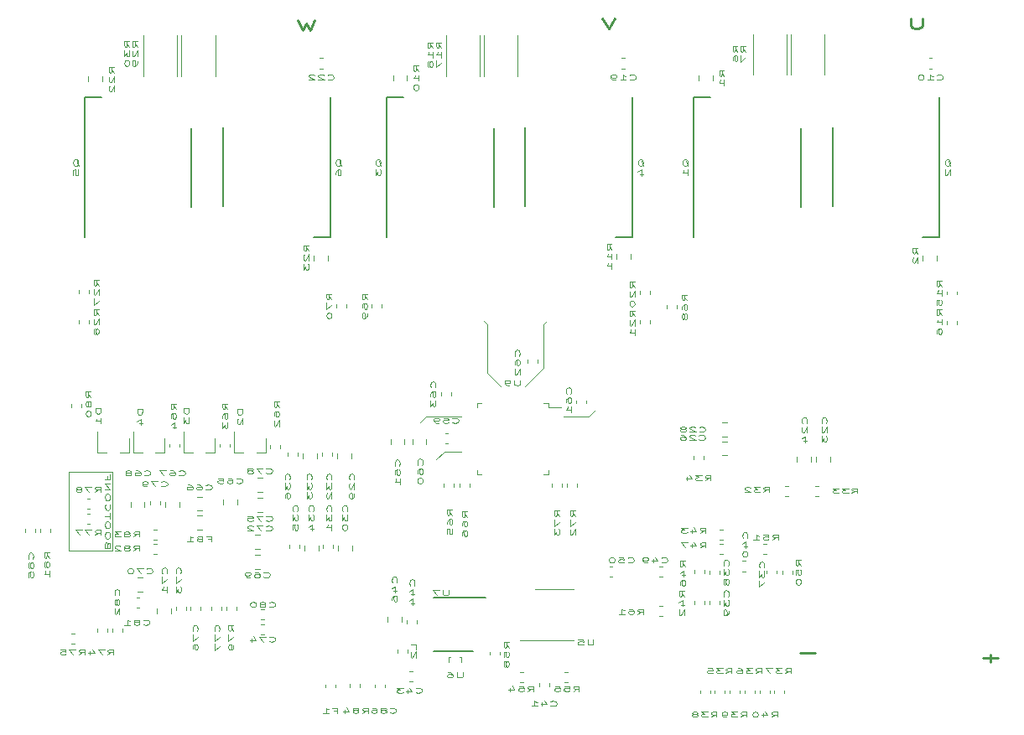
<source format=gbr>
G04 #@! TF.GenerationSoftware,KiCad,Pcbnew,(5.1.4)-1*
G04 #@! TF.CreationDate,2020-11-02T02:16:24+01:00*
G04 #@! TF.ProjectId,FER_ESC_v2r1,4645525f-4553-4435-9f76-3272312e6b69,rev?*
G04 #@! TF.SameCoordinates,Original*
G04 #@! TF.FileFunction,Legend,Bot*
G04 #@! TF.FilePolarity,Positive*
%FSLAX46Y46*%
G04 Gerber Fmt 4.6, Leading zero omitted, Abs format (unit mm)*
G04 Created by KiCad (PCBNEW (5.1.4)-1) date 2020-11-02 02:16:24*
%MOMM*%
%LPD*%
G04 APERTURE LIST*
%ADD10C,0.120000*%
%ADD11C,0.125000*%
%ADD12C,0.250000*%
%ADD13C,0.150000*%
G04 APERTURE END LIST*
D10*
X106500000Y-108800000D02*
X106500000Y-110000000D01*
X110900000Y-108800000D02*
X106500000Y-108800000D01*
X110900000Y-116700000D02*
X110900000Y-108800000D01*
X106500000Y-116700000D02*
X110900000Y-116700000D01*
X106500000Y-110000000D02*
X106500000Y-116700000D01*
D11*
X110435714Y-116133333D02*
X110411904Y-115990476D01*
X110388095Y-115942857D01*
X110340476Y-115895238D01*
X110269047Y-115895238D01*
X110221428Y-115942857D01*
X110197619Y-115990476D01*
X110173809Y-116085714D01*
X110173809Y-116466666D01*
X110673809Y-116466666D01*
X110673809Y-116133333D01*
X110650000Y-116038095D01*
X110626190Y-115990476D01*
X110578571Y-115942857D01*
X110530952Y-115942857D01*
X110483333Y-115990476D01*
X110459523Y-116038095D01*
X110435714Y-116133333D01*
X110435714Y-116466666D01*
X110673809Y-115276190D02*
X110673809Y-115085714D01*
X110650000Y-114990476D01*
X110602380Y-114895238D01*
X110507142Y-114847619D01*
X110340476Y-114847619D01*
X110245238Y-114895238D01*
X110197619Y-114990476D01*
X110173809Y-115085714D01*
X110173809Y-115276190D01*
X110197619Y-115371428D01*
X110245238Y-115466666D01*
X110340476Y-115514285D01*
X110507142Y-115514285D01*
X110602380Y-115466666D01*
X110650000Y-115371428D01*
X110673809Y-115276190D01*
X110673809Y-114228571D02*
X110673809Y-114038095D01*
X110650000Y-113942857D01*
X110602380Y-113847619D01*
X110507142Y-113800000D01*
X110340476Y-113800000D01*
X110245238Y-113847619D01*
X110197619Y-113942857D01*
X110173809Y-114038095D01*
X110173809Y-114228571D01*
X110197619Y-114323809D01*
X110245238Y-114419047D01*
X110340476Y-114466666D01*
X110507142Y-114466666D01*
X110602380Y-114419047D01*
X110650000Y-114323809D01*
X110673809Y-114228571D01*
X110673809Y-113514285D02*
X110673809Y-112942857D01*
X110173809Y-113228571D02*
X110673809Y-113228571D01*
X110221428Y-112038095D02*
X110197619Y-112085714D01*
X110173809Y-112228571D01*
X110173809Y-112323809D01*
X110197619Y-112466666D01*
X110245238Y-112561904D01*
X110292857Y-112609523D01*
X110388095Y-112657142D01*
X110459523Y-112657142D01*
X110554761Y-112609523D01*
X110602380Y-112561904D01*
X110650000Y-112466666D01*
X110673809Y-112323809D01*
X110673809Y-112228571D01*
X110650000Y-112085714D01*
X110626190Y-112038095D01*
X110673809Y-111419047D02*
X110673809Y-111228571D01*
X110650000Y-111133333D01*
X110602380Y-111038095D01*
X110507142Y-110990476D01*
X110340476Y-110990476D01*
X110245238Y-111038095D01*
X110197619Y-111133333D01*
X110173809Y-111228571D01*
X110173809Y-111419047D01*
X110197619Y-111514285D01*
X110245238Y-111609523D01*
X110340476Y-111657142D01*
X110507142Y-111657142D01*
X110602380Y-111609523D01*
X110650000Y-111514285D01*
X110673809Y-111419047D01*
X110173809Y-110561904D02*
X110673809Y-110561904D01*
X110173809Y-109990476D01*
X110673809Y-109990476D01*
X110435714Y-109180952D02*
X110435714Y-109514285D01*
X110173809Y-109514285D02*
X110673809Y-109514285D01*
X110673809Y-109038095D01*
D12*
X180338095Y-127071428D02*
X181861904Y-127071428D01*
X198838095Y-127571428D02*
X200361904Y-127571428D01*
X199600000Y-127952380D02*
X199600000Y-127190476D01*
D10*
X159000000Y-103200000D02*
X159700000Y-102500000D01*
X142600000Y-103200000D02*
X142000000Y-103800000D01*
X148800000Y-93900000D02*
X148400000Y-93500000D01*
X148800000Y-98800000D02*
X148800000Y-93900000D01*
X154400000Y-93900000D02*
X154800000Y-93500000D01*
X154400000Y-98300000D02*
X154400000Y-93900000D01*
X144400000Y-106700000D02*
X143600000Y-107500000D01*
X146100000Y-106700000D02*
X144400000Y-106700000D01*
X156500000Y-103200000D02*
X159000000Y-103200000D01*
X143100000Y-103200000D02*
X142600000Y-103200000D01*
X146100000Y-103200000D02*
X143100000Y-103200000D01*
X152600000Y-100100000D02*
X154400000Y-98300000D01*
X150100000Y-100100000D02*
X148800000Y-98800000D01*
D12*
X129642857Y-63152380D02*
X130119047Y-64152380D01*
X130500000Y-63438095D01*
X130880952Y-64152380D01*
X131357142Y-63152380D01*
X160333333Y-62952380D02*
X161000000Y-63952380D01*
X161666666Y-62952380D01*
X191528571Y-62952380D02*
X191528571Y-63761904D01*
X191623809Y-63857142D01*
X191719047Y-63904761D01*
X191909523Y-63952380D01*
X192290476Y-63952380D01*
X192480952Y-63904761D01*
X192576190Y-63857142D01*
X192671428Y-63761904D01*
X192671428Y-62952380D01*
D10*
X106737221Y-125090000D02*
X107062779Y-125090000D01*
X106737221Y-126110000D02*
X107062779Y-126110000D01*
X110410000Y-124637221D02*
X110410000Y-124962779D01*
X109390000Y-124637221D02*
X109390000Y-124962779D01*
X106790000Y-102262779D02*
X106790000Y-101937221D01*
X107810000Y-102262779D02*
X107810000Y-101937221D01*
X115362779Y-117060000D02*
X115037221Y-117060000D01*
X115362779Y-116040000D02*
X115037221Y-116040000D01*
X108662779Y-112510000D02*
X108337221Y-112510000D01*
X108662779Y-111490000D02*
X108337221Y-111490000D01*
X108337221Y-112990000D02*
X108662779Y-112990000D01*
X108337221Y-114010000D02*
X108662779Y-114010000D01*
X122760000Y-105937221D02*
X122760000Y-106262779D01*
X121740000Y-105937221D02*
X121740000Y-106262779D01*
X155550000Y-125760000D02*
X152100000Y-125760000D01*
X155550000Y-125760000D02*
X157500000Y-125760000D01*
X155550000Y-120640000D02*
X153600000Y-120640000D01*
X155550000Y-120640000D02*
X157500000Y-120640000D01*
X134890000Y-130550279D02*
X134890000Y-130224721D01*
X135910000Y-130550279D02*
X135910000Y-130224721D01*
X133410000Y-130237221D02*
X133410000Y-130562779D01*
X132390000Y-130237221D02*
X132390000Y-130562779D01*
X137390000Y-130562779D02*
X137390000Y-130237221D01*
X138410000Y-130562779D02*
X138410000Y-130237221D01*
X108490000Y-69358578D02*
X108490000Y-68841422D01*
X109910000Y-69358578D02*
X109910000Y-68841422D01*
X169640000Y-122162779D02*
X169640000Y-121837221D01*
X170660000Y-122162779D02*
X170660000Y-121837221D01*
X115037221Y-114580000D02*
X115362779Y-114580000D01*
X115037221Y-115600000D02*
X115362779Y-115600000D01*
X103590000Y-114862779D02*
X103590000Y-114537221D01*
X104610000Y-114862779D02*
X104610000Y-114537221D01*
X123420000Y-122437221D02*
X123420000Y-122762779D01*
X122400000Y-122437221D02*
X122400000Y-122762779D01*
X166087221Y-122340000D02*
X166412779Y-122340000D01*
X166087221Y-123360000D02*
X166412779Y-123360000D01*
X132660000Y-86891422D02*
X132660000Y-87408578D01*
X131240000Y-86891422D02*
X131240000Y-87408578D01*
X163210000Y-86791422D02*
X163210000Y-87308578D01*
X161790000Y-86791422D02*
X161790000Y-87308578D01*
X194110000Y-86941422D02*
X194110000Y-87458578D01*
X192690000Y-86941422D02*
X192690000Y-87458578D01*
X139240000Y-69208578D02*
X139240000Y-68691422D01*
X140660000Y-69208578D02*
X140660000Y-68691422D01*
X166087221Y-118340000D02*
X166412779Y-118340000D01*
X166087221Y-119360000D02*
X166412779Y-119360000D01*
X182162779Y-111210000D02*
X181837221Y-111210000D01*
X182162779Y-110190000D02*
X181837221Y-110190000D01*
X179162779Y-111210000D02*
X178837221Y-111210000D01*
X179162779Y-110190000D02*
X178837221Y-110190000D01*
X169590000Y-107462779D02*
X169590000Y-107137221D01*
X170610000Y-107462779D02*
X170610000Y-107137221D01*
X117460000Y-64677936D02*
X117460000Y-68782064D01*
X114040000Y-64677936D02*
X114040000Y-68782064D01*
X121300000Y-64677936D02*
X121300000Y-68782064D01*
X117880000Y-64677936D02*
X117880000Y-68782064D01*
X107490000Y-93762779D02*
X107490000Y-93437221D01*
X108510000Y-93762779D02*
X108510000Y-93437221D01*
X107490000Y-90762779D02*
X107490000Y-90437221D01*
X108510000Y-90762779D02*
X108510000Y-90437221D01*
X164140000Y-93812779D02*
X164140000Y-93487221D01*
X165160000Y-93812779D02*
X165160000Y-93487221D01*
X164140000Y-90812779D02*
X164140000Y-90487221D01*
X165160000Y-90812779D02*
X165160000Y-90487221D01*
X147990000Y-64687936D02*
X147990000Y-68792064D01*
X144570000Y-64687936D02*
X144570000Y-68792064D01*
X151840000Y-64687936D02*
X151840000Y-68792064D01*
X148420000Y-64687936D02*
X148420000Y-68792064D01*
X195190000Y-93862779D02*
X195190000Y-93537221D01*
X196210000Y-93862779D02*
X196210000Y-93537221D01*
X195190000Y-90862779D02*
X195190000Y-90537221D01*
X196210000Y-90862779D02*
X196210000Y-90537221D01*
X182820000Y-64547936D02*
X182820000Y-68652064D01*
X179400000Y-64547936D02*
X179400000Y-68652064D01*
X178980000Y-64547936D02*
X178980000Y-68652064D01*
X175560000Y-64547936D02*
X175560000Y-68652064D01*
X170090000Y-69208578D02*
X170090000Y-68691422D01*
X171510000Y-69208578D02*
X171510000Y-68691422D01*
D13*
X122100000Y-81950000D02*
X122100000Y-73950000D01*
X132900000Y-70950000D02*
X132900000Y-85050000D01*
X132900000Y-85050000D02*
X131200000Y-85050000D01*
X118900000Y-74050000D02*
X118900000Y-82050000D01*
X108100000Y-85050000D02*
X108100000Y-70950000D01*
X108100000Y-70950000D02*
X109800000Y-70950000D01*
X152600000Y-81950000D02*
X152600000Y-73950000D01*
X163400000Y-70950000D02*
X163400000Y-85050000D01*
X163400000Y-85050000D02*
X161700000Y-85050000D01*
X149400000Y-74050000D02*
X149400000Y-82050000D01*
X138600000Y-85050000D02*
X138600000Y-70950000D01*
X138600000Y-70950000D02*
X140300000Y-70950000D01*
X183600000Y-81950000D02*
X183600000Y-73950000D01*
X194400000Y-70950000D02*
X194400000Y-85050000D01*
X194400000Y-85050000D02*
X192700000Y-85050000D01*
X180400000Y-74050000D02*
X180400000Y-82050000D01*
X169600000Y-85050000D02*
X169600000Y-70950000D01*
X169600000Y-70950000D02*
X171300000Y-70950000D01*
D10*
X119441422Y-113190000D02*
X119958578Y-113190000D01*
X119441422Y-114610000D02*
X119958578Y-114610000D01*
X161412779Y-119360000D02*
X161087221Y-119360000D01*
X161412779Y-118340000D02*
X161087221Y-118340000D01*
X110890000Y-124962779D02*
X110890000Y-124637221D01*
X111910000Y-124962779D02*
X111910000Y-124637221D01*
X113662779Y-122460000D02*
X113337221Y-122460000D01*
X113662779Y-121440000D02*
X113337221Y-121440000D01*
X125937221Y-122690000D02*
X126262779Y-122690000D01*
X125937221Y-123710000D02*
X126262779Y-123710000D01*
X114690000Y-112062779D02*
X114690000Y-111737221D01*
X115710000Y-112062779D02*
X115710000Y-111737221D01*
X126058578Y-110810000D02*
X125541422Y-110810000D01*
X126058578Y-109390000D02*
X125541422Y-109390000D01*
X121960000Y-122437221D02*
X121960000Y-122762779D01*
X120940000Y-122437221D02*
X120940000Y-122762779D01*
X126058578Y-112810000D02*
X125541422Y-112810000D01*
X126058578Y-111390000D02*
X125541422Y-111390000D01*
X125937221Y-124190000D02*
X126262779Y-124190000D01*
X125937221Y-125210000D02*
X126262779Y-125210000D01*
X125291422Y-115140000D02*
X125808578Y-115140000D01*
X125291422Y-116560000D02*
X125808578Y-116560000D01*
X115440000Y-123058578D02*
X115440000Y-122541422D01*
X116860000Y-123058578D02*
X116860000Y-122541422D01*
X113441422Y-119440000D02*
X113958578Y-119440000D01*
X113441422Y-120860000D02*
X113958578Y-120860000D01*
X125291422Y-117140000D02*
X125808578Y-117140000D01*
X125291422Y-118560000D02*
X125808578Y-118560000D01*
X114160000Y-111841422D02*
X114160000Y-112358578D01*
X112740000Y-111841422D02*
X112740000Y-112358578D01*
X117660000Y-111841422D02*
X117660000Y-112358578D01*
X116240000Y-111841422D02*
X116240000Y-112358578D01*
X119958578Y-112710000D02*
X119441422Y-112710000D01*
X119958578Y-111290000D02*
X119441422Y-111290000D01*
X122090000Y-112058578D02*
X122090000Y-111541422D01*
X123510000Y-112058578D02*
X123510000Y-111541422D01*
X129660000Y-106837221D02*
X129660000Y-107162779D01*
X128640000Y-106837221D02*
X128640000Y-107162779D01*
X129810000Y-116137221D02*
X129810000Y-116462779D01*
X128790000Y-116137221D02*
X128790000Y-116462779D01*
X130290000Y-116758578D02*
X130290000Y-116241422D01*
X131710000Y-116758578D02*
X131710000Y-116241422D01*
X130140000Y-107458578D02*
X130140000Y-106941422D01*
X131560000Y-107458578D02*
X131560000Y-106941422D01*
X133110000Y-106837221D02*
X133110000Y-107162779D01*
X132090000Y-106837221D02*
X132090000Y-107162779D01*
X133210000Y-116137221D02*
X133210000Y-116462779D01*
X132190000Y-116137221D02*
X132190000Y-116462779D01*
X133690000Y-116758578D02*
X133690000Y-116241422D01*
X135110000Y-116758578D02*
X135110000Y-116241422D01*
X133640000Y-107458578D02*
X133640000Y-106941422D01*
X135060000Y-107458578D02*
X135060000Y-106941422D01*
X131837221Y-66990000D02*
X132162779Y-66990000D01*
X131837221Y-68010000D02*
X132162779Y-68010000D01*
X162337221Y-66990000D02*
X162662779Y-66990000D01*
X162337221Y-68010000D02*
X162662779Y-68010000D01*
X193337221Y-66990000D02*
X193662779Y-66990000D01*
X193337221Y-68010000D02*
X193662779Y-68010000D01*
X146150000Y-128000000D02*
X146150000Y-127450000D01*
X146150000Y-127450000D02*
X145950000Y-127450000D01*
X144850000Y-128000000D02*
X144850000Y-127450000D01*
X144850000Y-127450000D02*
X145050000Y-127450000D01*
D13*
X148575000Y-121475000D02*
X143300000Y-121475000D01*
X147300000Y-126875000D02*
X143300000Y-126875000D01*
D10*
X154922500Y-102277500D02*
X156212500Y-102277500D01*
X147702500Y-109047500D02*
X147702500Y-108597500D01*
X148152500Y-109047500D02*
X147702500Y-109047500D01*
X154922500Y-109047500D02*
X154922500Y-108597500D01*
X154472500Y-109047500D02*
X154922500Y-109047500D01*
X147702500Y-101827500D02*
X147702500Y-102277500D01*
X148152500Y-101827500D02*
X147702500Y-101827500D01*
X154922500Y-101827500D02*
X154922500Y-102277500D01*
X154472500Y-101827500D02*
X154922500Y-101827500D01*
X150060000Y-126937221D02*
X150060000Y-127262779D01*
X149040000Y-126937221D02*
X149040000Y-127262779D01*
X152412779Y-130060000D02*
X152087221Y-130060000D01*
X152412779Y-129040000D02*
X152087221Y-129040000D01*
X156887779Y-130060000D02*
X156562221Y-130060000D01*
X156887779Y-129040000D02*
X156562221Y-129040000D01*
X176637221Y-116090000D02*
X176962779Y-116090000D01*
X176637221Y-117110000D02*
X176962779Y-117110000D01*
X178540000Y-119062779D02*
X178540000Y-118737221D01*
X179560000Y-119062779D02*
X179560000Y-118737221D01*
X172562779Y-117110000D02*
X172237221Y-117110000D01*
X172562779Y-116090000D02*
X172237221Y-116090000D01*
X169640000Y-119012779D02*
X169640000Y-118687221D01*
X170660000Y-119012779D02*
X170660000Y-118687221D01*
X172562779Y-115610000D02*
X172237221Y-115610000D01*
X172562779Y-114590000D02*
X172237221Y-114590000D01*
X177260000Y-130837221D02*
X177260000Y-131162779D01*
X176240000Y-130837221D02*
X176240000Y-131162779D01*
X174260000Y-130837221D02*
X174260000Y-131162779D01*
X173240000Y-130837221D02*
X173240000Y-131162779D01*
X171260000Y-130837221D02*
X171260000Y-131162779D01*
X170240000Y-130837221D02*
X170240000Y-131162779D01*
X178760000Y-130837221D02*
X178760000Y-131162779D01*
X177740000Y-130837221D02*
X177740000Y-131162779D01*
X175760000Y-130837221D02*
X175760000Y-131162779D01*
X174740000Y-130837221D02*
X174740000Y-131162779D01*
X172760000Y-130837221D02*
X172760000Y-131162779D01*
X171740000Y-130837221D02*
X171740000Y-131162779D01*
X155290000Y-110262779D02*
X155290000Y-109937221D01*
X156310000Y-110262779D02*
X156310000Y-109937221D01*
X157810000Y-109937221D02*
X157810000Y-110262779D01*
X156790000Y-109937221D02*
X156790000Y-110262779D01*
X134510000Y-91837221D02*
X134510000Y-92162779D01*
X133490000Y-91837221D02*
X133490000Y-92162779D01*
X138110000Y-91837221D02*
X138110000Y-92162779D01*
X137090000Y-91837221D02*
X137090000Y-92162779D01*
X167910000Y-91937221D02*
X167910000Y-92262779D01*
X166890000Y-91937221D02*
X166890000Y-92262779D01*
X147010000Y-109937221D02*
X147010000Y-110262779D01*
X145990000Y-109937221D02*
X145990000Y-110262779D01*
X144390000Y-110262779D02*
X144390000Y-109937221D01*
X145410000Y-110262779D02*
X145410000Y-109937221D01*
X116640000Y-106262779D02*
X116640000Y-105937221D01*
X117660000Y-106262779D02*
X117660000Y-105937221D01*
X127860000Y-106037221D02*
X127860000Y-106362779D01*
X126840000Y-106037221D02*
X126840000Y-106362779D01*
X139690000Y-127022779D02*
X139690000Y-126697221D01*
X140710000Y-127022779D02*
X140710000Y-126697221D01*
X116180000Y-106860000D02*
X116180000Y-105400000D01*
X113020000Y-106860000D02*
X113020000Y-104700000D01*
X113020000Y-106860000D02*
X113950000Y-106860000D01*
X116180000Y-106860000D02*
X115250000Y-106860000D01*
X121280000Y-106860000D02*
X121280000Y-105400000D01*
X118120000Y-106860000D02*
X118120000Y-104700000D01*
X118120000Y-106860000D02*
X119050000Y-106860000D01*
X121280000Y-106860000D02*
X120350000Y-106860000D01*
X126380000Y-106860000D02*
X126380000Y-105400000D01*
X123220000Y-106860000D02*
X123220000Y-104700000D01*
X123220000Y-106860000D02*
X124150000Y-106860000D01*
X126380000Y-106860000D02*
X125450000Y-106860000D01*
X112580000Y-106860000D02*
X112580000Y-105400000D01*
X109420000Y-106860000D02*
X109420000Y-104700000D01*
X109420000Y-106860000D02*
X110350000Y-106860000D01*
X112580000Y-106860000D02*
X111650000Y-106860000D01*
X138690000Y-123958578D02*
X138690000Y-123441422D01*
X140110000Y-123958578D02*
X140110000Y-123441422D01*
X140590000Y-124062779D02*
X140590000Y-123737221D01*
X141610000Y-124062779D02*
X141610000Y-123737221D01*
X140887221Y-128940000D02*
X141212779Y-128940000D01*
X140887221Y-129960000D02*
X141212779Y-129960000D01*
X119820000Y-122437221D02*
X119820000Y-122762779D01*
X118800000Y-122437221D02*
X118800000Y-122762779D01*
X118360000Y-122437221D02*
X118360000Y-122762779D01*
X117340000Y-122437221D02*
X117340000Y-122762779D01*
X103110000Y-114537221D02*
X103110000Y-114862779D01*
X102090000Y-114537221D02*
X102090000Y-114862779D01*
X138990000Y-105958578D02*
X138990000Y-105441422D01*
X140410000Y-105958578D02*
X140410000Y-105441422D01*
X155010000Y-130124721D02*
X155010000Y-130450279D01*
X153990000Y-130124721D02*
X153990000Y-130450279D01*
X174537221Y-117790000D02*
X174862779Y-117790000D01*
X174537221Y-118810000D02*
X174862779Y-118810000D01*
X171190000Y-122162779D02*
X171190000Y-121837221D01*
X172210000Y-122162779D02*
X172210000Y-121837221D01*
X171190000Y-119062779D02*
X171190000Y-118737221D01*
X172210000Y-119062779D02*
X172210000Y-118737221D01*
X176990000Y-119050279D02*
X176990000Y-118724721D01*
X178010000Y-119050279D02*
X178010000Y-118724721D01*
X172441422Y-103790000D02*
X172958578Y-103790000D01*
X172441422Y-105210000D02*
X172958578Y-105210000D01*
X172441422Y-105690000D02*
X172958578Y-105690000D01*
X172441422Y-107110000D02*
X172958578Y-107110000D01*
X179990000Y-107758578D02*
X179990000Y-107241422D01*
X181410000Y-107758578D02*
X181410000Y-107241422D01*
X181990000Y-107758578D02*
X181990000Y-107241422D01*
X183410000Y-107758578D02*
X183410000Y-107241422D01*
X145110000Y-100749721D02*
X145110000Y-101075279D01*
X144090000Y-100749721D02*
X144090000Y-101075279D01*
X153810000Y-97437221D02*
X153810000Y-97762779D01*
X152790000Y-97437221D02*
X152790000Y-97762779D01*
X158760000Y-101537221D02*
X158760000Y-101862779D01*
X157740000Y-101537221D02*
X157740000Y-101862779D01*
X142610000Y-105441422D02*
X142610000Y-105958578D01*
X141190000Y-105441422D02*
X141190000Y-105958578D01*
X144487221Y-104890000D02*
X144812779Y-104890000D01*
X144487221Y-105910000D02*
X144812779Y-105910000D01*
D11*
X107542857Y-127226190D02*
X107876190Y-126988095D01*
X108114285Y-127226190D02*
X108114285Y-126726190D01*
X107733333Y-126726190D01*
X107638095Y-126750000D01*
X107590476Y-126773809D01*
X107542857Y-126821428D01*
X107542857Y-126892857D01*
X107590476Y-126940476D01*
X107638095Y-126964285D01*
X107733333Y-126988095D01*
X108114285Y-126988095D01*
X107209523Y-126726190D02*
X106542857Y-126726190D01*
X106971428Y-127226190D01*
X105685714Y-126726190D02*
X106161904Y-126726190D01*
X106209523Y-126964285D01*
X106161904Y-126940476D01*
X106066666Y-126916666D01*
X105828571Y-126916666D01*
X105733333Y-126940476D01*
X105685714Y-126964285D01*
X105638095Y-127011904D01*
X105638095Y-127130952D01*
X105685714Y-127178571D01*
X105733333Y-127202380D01*
X105828571Y-127226190D01*
X106066666Y-127226190D01*
X106161904Y-127202380D01*
X106209523Y-127178571D01*
X110442857Y-127226190D02*
X110776190Y-126988095D01*
X111014285Y-127226190D02*
X111014285Y-126726190D01*
X110633333Y-126726190D01*
X110538095Y-126750000D01*
X110490476Y-126773809D01*
X110442857Y-126821428D01*
X110442857Y-126892857D01*
X110490476Y-126940476D01*
X110538095Y-126964285D01*
X110633333Y-126988095D01*
X111014285Y-126988095D01*
X110109523Y-126726190D02*
X109442857Y-126726190D01*
X109871428Y-127226190D01*
X108633333Y-126892857D02*
X108633333Y-127226190D01*
X108871428Y-126702380D02*
X109109523Y-127059523D01*
X108490476Y-127059523D01*
X108726190Y-101257142D02*
X108488095Y-100923809D01*
X108726190Y-100685714D02*
X108226190Y-100685714D01*
X108226190Y-101066666D01*
X108250000Y-101161904D01*
X108273809Y-101209523D01*
X108321428Y-101257142D01*
X108392857Y-101257142D01*
X108440476Y-101209523D01*
X108464285Y-101161904D01*
X108488095Y-101066666D01*
X108488095Y-100685714D01*
X108440476Y-101828571D02*
X108416666Y-101733333D01*
X108392857Y-101685714D01*
X108345238Y-101638095D01*
X108321428Y-101638095D01*
X108273809Y-101685714D01*
X108250000Y-101733333D01*
X108226190Y-101828571D01*
X108226190Y-102019047D01*
X108250000Y-102114285D01*
X108273809Y-102161904D01*
X108321428Y-102209523D01*
X108345238Y-102209523D01*
X108392857Y-102161904D01*
X108416666Y-102114285D01*
X108440476Y-102019047D01*
X108440476Y-101828571D01*
X108464285Y-101733333D01*
X108488095Y-101685714D01*
X108535714Y-101638095D01*
X108630952Y-101638095D01*
X108678571Y-101685714D01*
X108702380Y-101733333D01*
X108726190Y-101828571D01*
X108726190Y-102019047D01*
X108702380Y-102114285D01*
X108678571Y-102161904D01*
X108630952Y-102209523D01*
X108535714Y-102209523D01*
X108488095Y-102161904D01*
X108464285Y-102114285D01*
X108440476Y-102019047D01*
X108226190Y-102828571D02*
X108226190Y-102923809D01*
X108250000Y-103019047D01*
X108273809Y-103066666D01*
X108321428Y-103114285D01*
X108416666Y-103161904D01*
X108535714Y-103161904D01*
X108630952Y-103114285D01*
X108678571Y-103066666D01*
X108702380Y-103019047D01*
X108726190Y-102923809D01*
X108726190Y-102828571D01*
X108702380Y-102733333D01*
X108678571Y-102685714D01*
X108630952Y-102638095D01*
X108535714Y-102590476D01*
X108416666Y-102590476D01*
X108321428Y-102638095D01*
X108273809Y-102685714D01*
X108250000Y-102733333D01*
X108226190Y-102828571D01*
X113042857Y-116726190D02*
X113376190Y-116488095D01*
X113614285Y-116726190D02*
X113614285Y-116226190D01*
X113233333Y-116226190D01*
X113138095Y-116250000D01*
X113090476Y-116273809D01*
X113042857Y-116321428D01*
X113042857Y-116392857D01*
X113090476Y-116440476D01*
X113138095Y-116464285D01*
X113233333Y-116488095D01*
X113614285Y-116488095D01*
X112471428Y-116440476D02*
X112566666Y-116416666D01*
X112614285Y-116392857D01*
X112661904Y-116345238D01*
X112661904Y-116321428D01*
X112614285Y-116273809D01*
X112566666Y-116250000D01*
X112471428Y-116226190D01*
X112280952Y-116226190D01*
X112185714Y-116250000D01*
X112138095Y-116273809D01*
X112090476Y-116321428D01*
X112090476Y-116345238D01*
X112138095Y-116392857D01*
X112185714Y-116416666D01*
X112280952Y-116440476D01*
X112471428Y-116440476D01*
X112566666Y-116464285D01*
X112614285Y-116488095D01*
X112661904Y-116535714D01*
X112661904Y-116630952D01*
X112614285Y-116678571D01*
X112566666Y-116702380D01*
X112471428Y-116726190D01*
X112280952Y-116726190D01*
X112185714Y-116702380D01*
X112138095Y-116678571D01*
X112090476Y-116630952D01*
X112090476Y-116535714D01*
X112138095Y-116488095D01*
X112185714Y-116464285D01*
X112280952Y-116440476D01*
X111709523Y-116273809D02*
X111661904Y-116250000D01*
X111566666Y-116226190D01*
X111328571Y-116226190D01*
X111233333Y-116250000D01*
X111185714Y-116273809D01*
X111138095Y-116321428D01*
X111138095Y-116369047D01*
X111185714Y-116440476D01*
X111757142Y-116726190D01*
X111138095Y-116726190D01*
X109142857Y-110796190D02*
X109476190Y-110558095D01*
X109714285Y-110796190D02*
X109714285Y-110296190D01*
X109333333Y-110296190D01*
X109238095Y-110320000D01*
X109190476Y-110343809D01*
X109142857Y-110391428D01*
X109142857Y-110462857D01*
X109190476Y-110510476D01*
X109238095Y-110534285D01*
X109333333Y-110558095D01*
X109714285Y-110558095D01*
X108809523Y-110296190D02*
X108142857Y-110296190D01*
X108571428Y-110796190D01*
X107619047Y-110510476D02*
X107714285Y-110486666D01*
X107761904Y-110462857D01*
X107809523Y-110415238D01*
X107809523Y-110391428D01*
X107761904Y-110343809D01*
X107714285Y-110320000D01*
X107619047Y-110296190D01*
X107428571Y-110296190D01*
X107333333Y-110320000D01*
X107285714Y-110343809D01*
X107238095Y-110391428D01*
X107238095Y-110415238D01*
X107285714Y-110462857D01*
X107333333Y-110486666D01*
X107428571Y-110510476D01*
X107619047Y-110510476D01*
X107714285Y-110534285D01*
X107761904Y-110558095D01*
X107809523Y-110605714D01*
X107809523Y-110700952D01*
X107761904Y-110748571D01*
X107714285Y-110772380D01*
X107619047Y-110796190D01*
X107428571Y-110796190D01*
X107333333Y-110772380D01*
X107285714Y-110748571D01*
X107238095Y-110700952D01*
X107238095Y-110605714D01*
X107285714Y-110558095D01*
X107333333Y-110534285D01*
X107428571Y-110510476D01*
X109142857Y-115156190D02*
X109476190Y-114918095D01*
X109714285Y-115156190D02*
X109714285Y-114656190D01*
X109333333Y-114656190D01*
X109238095Y-114680000D01*
X109190476Y-114703809D01*
X109142857Y-114751428D01*
X109142857Y-114822857D01*
X109190476Y-114870476D01*
X109238095Y-114894285D01*
X109333333Y-114918095D01*
X109714285Y-114918095D01*
X108809523Y-114656190D02*
X108142857Y-114656190D01*
X108571428Y-115156190D01*
X107857142Y-114656190D02*
X107190476Y-114656190D01*
X107619047Y-115156190D01*
X122526190Y-102457142D02*
X122288095Y-102123809D01*
X122526190Y-101885714D02*
X122026190Y-101885714D01*
X122026190Y-102266666D01*
X122050000Y-102361904D01*
X122073809Y-102409523D01*
X122121428Y-102457142D01*
X122192857Y-102457142D01*
X122240476Y-102409523D01*
X122264285Y-102361904D01*
X122288095Y-102266666D01*
X122288095Y-101885714D01*
X122026190Y-103314285D02*
X122026190Y-103123809D01*
X122050000Y-103028571D01*
X122073809Y-102980952D01*
X122145238Y-102885714D01*
X122240476Y-102838095D01*
X122430952Y-102838095D01*
X122478571Y-102885714D01*
X122502380Y-102933333D01*
X122526190Y-103028571D01*
X122526190Y-103219047D01*
X122502380Y-103314285D01*
X122478571Y-103361904D01*
X122430952Y-103409523D01*
X122311904Y-103409523D01*
X122264285Y-103361904D01*
X122240476Y-103314285D01*
X122216666Y-103219047D01*
X122216666Y-103028571D01*
X122240476Y-102933333D01*
X122264285Y-102885714D01*
X122311904Y-102838095D01*
X122026190Y-103742857D02*
X122026190Y-104361904D01*
X122216666Y-104028571D01*
X122216666Y-104171428D01*
X122240476Y-104266666D01*
X122264285Y-104314285D01*
X122311904Y-104361904D01*
X122430952Y-104361904D01*
X122478571Y-104314285D01*
X122502380Y-104266666D01*
X122526190Y-104171428D01*
X122526190Y-103885714D01*
X122502380Y-103790476D01*
X122478571Y-103742857D01*
X159461904Y-125726190D02*
X159461904Y-126130952D01*
X159414285Y-126178571D01*
X159366666Y-126202380D01*
X159271428Y-126226190D01*
X159080952Y-126226190D01*
X158985714Y-126202380D01*
X158938095Y-126178571D01*
X158890476Y-126130952D01*
X158890476Y-125726190D01*
X157938095Y-125726190D02*
X158414285Y-125726190D01*
X158461904Y-125964285D01*
X158414285Y-125940476D01*
X158319047Y-125916666D01*
X158080952Y-125916666D01*
X157985714Y-125940476D01*
X157938095Y-125964285D01*
X157890476Y-126011904D01*
X157890476Y-126130952D01*
X157938095Y-126178571D01*
X157985714Y-126202380D01*
X158080952Y-126226190D01*
X158319047Y-126226190D01*
X158414285Y-126202380D01*
X158461904Y-126178571D01*
X136142857Y-133126190D02*
X136476190Y-132888095D01*
X136714285Y-133126190D02*
X136714285Y-132626190D01*
X136333333Y-132626190D01*
X136238095Y-132650000D01*
X136190476Y-132673809D01*
X136142857Y-132721428D01*
X136142857Y-132792857D01*
X136190476Y-132840476D01*
X136238095Y-132864285D01*
X136333333Y-132888095D01*
X136714285Y-132888095D01*
X135571428Y-132840476D02*
X135666666Y-132816666D01*
X135714285Y-132792857D01*
X135761904Y-132745238D01*
X135761904Y-132721428D01*
X135714285Y-132673809D01*
X135666666Y-132650000D01*
X135571428Y-132626190D01*
X135380952Y-132626190D01*
X135285714Y-132650000D01*
X135238095Y-132673809D01*
X135190476Y-132721428D01*
X135190476Y-132745238D01*
X135238095Y-132792857D01*
X135285714Y-132816666D01*
X135380952Y-132840476D01*
X135571428Y-132840476D01*
X135666666Y-132864285D01*
X135714285Y-132888095D01*
X135761904Y-132935714D01*
X135761904Y-133030952D01*
X135714285Y-133078571D01*
X135666666Y-133102380D01*
X135571428Y-133126190D01*
X135380952Y-133126190D01*
X135285714Y-133102380D01*
X135238095Y-133078571D01*
X135190476Y-133030952D01*
X135190476Y-132935714D01*
X135238095Y-132888095D01*
X135285714Y-132864285D01*
X135380952Y-132840476D01*
X134333333Y-132792857D02*
X134333333Y-133126190D01*
X134571428Y-132602380D02*
X134809523Y-132959523D01*
X134190476Y-132959523D01*
X133233333Y-132864285D02*
X133566666Y-132864285D01*
X133566666Y-133126190D02*
X133566666Y-132626190D01*
X133090476Y-132626190D01*
X132185714Y-133126190D02*
X132757142Y-133126190D01*
X132471428Y-133126190D02*
X132471428Y-132626190D01*
X132566666Y-132697619D01*
X132661904Y-132745238D01*
X132757142Y-132769047D01*
X138942857Y-133078571D02*
X138990476Y-133102380D01*
X139133333Y-133126190D01*
X139228571Y-133126190D01*
X139371428Y-133102380D01*
X139466666Y-133054761D01*
X139514285Y-133007142D01*
X139561904Y-132911904D01*
X139561904Y-132840476D01*
X139514285Y-132745238D01*
X139466666Y-132697619D01*
X139371428Y-132650000D01*
X139228571Y-132626190D01*
X139133333Y-132626190D01*
X138990476Y-132650000D01*
X138942857Y-132673809D01*
X138371428Y-132840476D02*
X138466666Y-132816666D01*
X138514285Y-132792857D01*
X138561904Y-132745238D01*
X138561904Y-132721428D01*
X138514285Y-132673809D01*
X138466666Y-132650000D01*
X138371428Y-132626190D01*
X138180952Y-132626190D01*
X138085714Y-132650000D01*
X138038095Y-132673809D01*
X137990476Y-132721428D01*
X137990476Y-132745238D01*
X138038095Y-132792857D01*
X138085714Y-132816666D01*
X138180952Y-132840476D01*
X138371428Y-132840476D01*
X138466666Y-132864285D01*
X138514285Y-132888095D01*
X138561904Y-132935714D01*
X138561904Y-133030952D01*
X138514285Y-133078571D01*
X138466666Y-133102380D01*
X138371428Y-133126190D01*
X138180952Y-133126190D01*
X138085714Y-133102380D01*
X138038095Y-133078571D01*
X137990476Y-133030952D01*
X137990476Y-132935714D01*
X138038095Y-132888095D01*
X138085714Y-132864285D01*
X138180952Y-132840476D01*
X137133333Y-132626190D02*
X137323809Y-132626190D01*
X137419047Y-132650000D01*
X137466666Y-132673809D01*
X137561904Y-132745238D01*
X137609523Y-132840476D01*
X137609523Y-133030952D01*
X137561904Y-133078571D01*
X137514285Y-133102380D01*
X137419047Y-133126190D01*
X137228571Y-133126190D01*
X137133333Y-133102380D01*
X137085714Y-133078571D01*
X137038095Y-133030952D01*
X137038095Y-132911904D01*
X137085714Y-132864285D01*
X137133333Y-132840476D01*
X137228571Y-132816666D01*
X137419047Y-132816666D01*
X137514285Y-132840476D01*
X137561904Y-132864285D01*
X137609523Y-132911904D01*
X111076190Y-68457142D02*
X110838095Y-68123809D01*
X111076190Y-67885714D02*
X110576190Y-67885714D01*
X110576190Y-68266666D01*
X110600000Y-68361904D01*
X110623809Y-68409523D01*
X110671428Y-68457142D01*
X110742857Y-68457142D01*
X110790476Y-68409523D01*
X110814285Y-68361904D01*
X110838095Y-68266666D01*
X110838095Y-67885714D01*
X110623809Y-68838095D02*
X110600000Y-68885714D01*
X110576190Y-68980952D01*
X110576190Y-69219047D01*
X110600000Y-69314285D01*
X110623809Y-69361904D01*
X110671428Y-69409523D01*
X110719047Y-69409523D01*
X110790476Y-69361904D01*
X111076190Y-68790476D01*
X111076190Y-69409523D01*
X110623809Y-69790476D02*
X110600000Y-69838095D01*
X110576190Y-69933333D01*
X110576190Y-70171428D01*
X110600000Y-70266666D01*
X110623809Y-70314285D01*
X110671428Y-70361904D01*
X110719047Y-70361904D01*
X110790476Y-70314285D01*
X111076190Y-69742857D01*
X111076190Y-70361904D01*
X168626190Y-121357142D02*
X168388095Y-121023809D01*
X168626190Y-120785714D02*
X168126190Y-120785714D01*
X168126190Y-121166666D01*
X168150000Y-121261904D01*
X168173809Y-121309523D01*
X168221428Y-121357142D01*
X168292857Y-121357142D01*
X168340476Y-121309523D01*
X168364285Y-121261904D01*
X168388095Y-121166666D01*
X168388095Y-120785714D01*
X168292857Y-122214285D02*
X168626190Y-122214285D01*
X168102380Y-121976190D02*
X168459523Y-121738095D01*
X168459523Y-122357142D01*
X168173809Y-122690476D02*
X168150000Y-122738095D01*
X168126190Y-122833333D01*
X168126190Y-123071428D01*
X168150000Y-123166666D01*
X168173809Y-123214285D01*
X168221428Y-123261904D01*
X168269047Y-123261904D01*
X168340476Y-123214285D01*
X168626190Y-122642857D01*
X168626190Y-123261904D01*
X113042857Y-115316190D02*
X113376190Y-115078095D01*
X113614285Y-115316190D02*
X113614285Y-114816190D01*
X113233333Y-114816190D01*
X113138095Y-114840000D01*
X113090476Y-114863809D01*
X113042857Y-114911428D01*
X113042857Y-114982857D01*
X113090476Y-115030476D01*
X113138095Y-115054285D01*
X113233333Y-115078095D01*
X113614285Y-115078095D01*
X112471428Y-115030476D02*
X112566666Y-115006666D01*
X112614285Y-114982857D01*
X112661904Y-114935238D01*
X112661904Y-114911428D01*
X112614285Y-114863809D01*
X112566666Y-114840000D01*
X112471428Y-114816190D01*
X112280952Y-114816190D01*
X112185714Y-114840000D01*
X112138095Y-114863809D01*
X112090476Y-114911428D01*
X112090476Y-114935238D01*
X112138095Y-114982857D01*
X112185714Y-115006666D01*
X112280952Y-115030476D01*
X112471428Y-115030476D01*
X112566666Y-115054285D01*
X112614285Y-115078095D01*
X112661904Y-115125714D01*
X112661904Y-115220952D01*
X112614285Y-115268571D01*
X112566666Y-115292380D01*
X112471428Y-115316190D01*
X112280952Y-115316190D01*
X112185714Y-115292380D01*
X112138095Y-115268571D01*
X112090476Y-115220952D01*
X112090476Y-115125714D01*
X112138095Y-115078095D01*
X112185714Y-115054285D01*
X112280952Y-115030476D01*
X111757142Y-114816190D02*
X111138095Y-114816190D01*
X111471428Y-115006666D01*
X111328571Y-115006666D01*
X111233333Y-115030476D01*
X111185714Y-115054285D01*
X111138095Y-115101904D01*
X111138095Y-115220952D01*
X111185714Y-115268571D01*
X111233333Y-115292380D01*
X111328571Y-115316190D01*
X111614285Y-115316190D01*
X111709523Y-115292380D01*
X111757142Y-115268571D01*
X104526190Y-117457142D02*
X104288095Y-117123809D01*
X104526190Y-116885714D02*
X104026190Y-116885714D01*
X104026190Y-117266666D01*
X104050000Y-117361904D01*
X104073809Y-117409523D01*
X104121428Y-117457142D01*
X104192857Y-117457142D01*
X104240476Y-117409523D01*
X104264285Y-117361904D01*
X104288095Y-117266666D01*
X104288095Y-116885714D01*
X104240476Y-118028571D02*
X104216666Y-117933333D01*
X104192857Y-117885714D01*
X104145238Y-117838095D01*
X104121428Y-117838095D01*
X104073809Y-117885714D01*
X104050000Y-117933333D01*
X104026190Y-118028571D01*
X104026190Y-118219047D01*
X104050000Y-118314285D01*
X104073809Y-118361904D01*
X104121428Y-118409523D01*
X104145238Y-118409523D01*
X104192857Y-118361904D01*
X104216666Y-118314285D01*
X104240476Y-118219047D01*
X104240476Y-118028571D01*
X104264285Y-117933333D01*
X104288095Y-117885714D01*
X104335714Y-117838095D01*
X104430952Y-117838095D01*
X104478571Y-117885714D01*
X104502380Y-117933333D01*
X104526190Y-118028571D01*
X104526190Y-118219047D01*
X104502380Y-118314285D01*
X104478571Y-118361904D01*
X104430952Y-118409523D01*
X104335714Y-118409523D01*
X104288095Y-118361904D01*
X104264285Y-118314285D01*
X104240476Y-118219047D01*
X104526190Y-119361904D02*
X104526190Y-118790476D01*
X104526190Y-119076190D02*
X104026190Y-119076190D01*
X104097619Y-118980952D01*
X104145238Y-118885714D01*
X104169047Y-118790476D01*
X123136190Y-124857142D02*
X122898095Y-124523809D01*
X123136190Y-124285714D02*
X122636190Y-124285714D01*
X122636190Y-124666666D01*
X122660000Y-124761904D01*
X122683809Y-124809523D01*
X122731428Y-124857142D01*
X122802857Y-124857142D01*
X122850476Y-124809523D01*
X122874285Y-124761904D01*
X122898095Y-124666666D01*
X122898095Y-124285714D01*
X122636190Y-125190476D02*
X122636190Y-125857142D01*
X123136190Y-125428571D01*
X123136190Y-126285714D02*
X123136190Y-126476190D01*
X123112380Y-126571428D01*
X123088571Y-126619047D01*
X123017142Y-126714285D01*
X122921904Y-126761904D01*
X122731428Y-126761904D01*
X122683809Y-126714285D01*
X122660000Y-126666666D01*
X122636190Y-126571428D01*
X122636190Y-126380952D01*
X122660000Y-126285714D01*
X122683809Y-126238095D01*
X122731428Y-126190476D01*
X122850476Y-126190476D01*
X122898095Y-126238095D01*
X122921904Y-126285714D01*
X122945714Y-126380952D01*
X122945714Y-126571428D01*
X122921904Y-126666666D01*
X122898095Y-126714285D01*
X122850476Y-126761904D01*
X163942857Y-123126190D02*
X164276190Y-122888095D01*
X164514285Y-123126190D02*
X164514285Y-122626190D01*
X164133333Y-122626190D01*
X164038095Y-122650000D01*
X163990476Y-122673809D01*
X163942857Y-122721428D01*
X163942857Y-122792857D01*
X163990476Y-122840476D01*
X164038095Y-122864285D01*
X164133333Y-122888095D01*
X164514285Y-122888095D01*
X163085714Y-122626190D02*
X163276190Y-122626190D01*
X163371428Y-122650000D01*
X163419047Y-122673809D01*
X163514285Y-122745238D01*
X163561904Y-122840476D01*
X163561904Y-123030952D01*
X163514285Y-123078571D01*
X163466666Y-123102380D01*
X163371428Y-123126190D01*
X163180952Y-123126190D01*
X163085714Y-123102380D01*
X163038095Y-123078571D01*
X162990476Y-123030952D01*
X162990476Y-122911904D01*
X163038095Y-122864285D01*
X163085714Y-122840476D01*
X163180952Y-122816666D01*
X163371428Y-122816666D01*
X163466666Y-122840476D01*
X163514285Y-122864285D01*
X163561904Y-122911904D01*
X162038095Y-123126190D02*
X162609523Y-123126190D01*
X162323809Y-123126190D02*
X162323809Y-122626190D01*
X162419047Y-122697619D01*
X162514285Y-122745238D01*
X162609523Y-122769047D01*
X130726190Y-86457142D02*
X130488095Y-86123809D01*
X130726190Y-85885714D02*
X130226190Y-85885714D01*
X130226190Y-86266666D01*
X130250000Y-86361904D01*
X130273809Y-86409523D01*
X130321428Y-86457142D01*
X130392857Y-86457142D01*
X130440476Y-86409523D01*
X130464285Y-86361904D01*
X130488095Y-86266666D01*
X130488095Y-85885714D01*
X130273809Y-86838095D02*
X130250000Y-86885714D01*
X130226190Y-86980952D01*
X130226190Y-87219047D01*
X130250000Y-87314285D01*
X130273809Y-87361904D01*
X130321428Y-87409523D01*
X130369047Y-87409523D01*
X130440476Y-87361904D01*
X130726190Y-86790476D01*
X130726190Y-87409523D01*
X130226190Y-87742857D02*
X130226190Y-88361904D01*
X130416666Y-88028571D01*
X130416666Y-88171428D01*
X130440476Y-88266666D01*
X130464285Y-88314285D01*
X130511904Y-88361904D01*
X130630952Y-88361904D01*
X130678571Y-88314285D01*
X130702380Y-88266666D01*
X130726190Y-88171428D01*
X130726190Y-87885714D01*
X130702380Y-87790476D01*
X130678571Y-87742857D01*
X161326190Y-86357142D02*
X161088095Y-86023809D01*
X161326190Y-85785714D02*
X160826190Y-85785714D01*
X160826190Y-86166666D01*
X160850000Y-86261904D01*
X160873809Y-86309523D01*
X160921428Y-86357142D01*
X160992857Y-86357142D01*
X161040476Y-86309523D01*
X161064285Y-86261904D01*
X161088095Y-86166666D01*
X161088095Y-85785714D01*
X161326190Y-87309523D02*
X161326190Y-86738095D01*
X161326190Y-87023809D02*
X160826190Y-87023809D01*
X160897619Y-86928571D01*
X160945238Y-86833333D01*
X160969047Y-86738095D01*
X161326190Y-88261904D02*
X161326190Y-87690476D01*
X161326190Y-87976190D02*
X160826190Y-87976190D01*
X160897619Y-87880952D01*
X160945238Y-87785714D01*
X160969047Y-87690476D01*
X192226190Y-86733333D02*
X191988095Y-86400000D01*
X192226190Y-86161904D02*
X191726190Y-86161904D01*
X191726190Y-86542857D01*
X191750000Y-86638095D01*
X191773809Y-86685714D01*
X191821428Y-86733333D01*
X191892857Y-86733333D01*
X191940476Y-86685714D01*
X191964285Y-86638095D01*
X191988095Y-86542857D01*
X191988095Y-86161904D01*
X191773809Y-87114285D02*
X191750000Y-87161904D01*
X191726190Y-87257142D01*
X191726190Y-87495238D01*
X191750000Y-87590476D01*
X191773809Y-87638095D01*
X191821428Y-87685714D01*
X191869047Y-87685714D01*
X191940476Y-87638095D01*
X192226190Y-87066666D01*
X192226190Y-87685714D01*
X141826190Y-68307142D02*
X141588095Y-67973809D01*
X141826190Y-67735714D02*
X141326190Y-67735714D01*
X141326190Y-68116666D01*
X141350000Y-68211904D01*
X141373809Y-68259523D01*
X141421428Y-68307142D01*
X141492857Y-68307142D01*
X141540476Y-68259523D01*
X141564285Y-68211904D01*
X141588095Y-68116666D01*
X141588095Y-67735714D01*
X141826190Y-69259523D02*
X141826190Y-68688095D01*
X141826190Y-68973809D02*
X141326190Y-68973809D01*
X141397619Y-68878571D01*
X141445238Y-68783333D01*
X141469047Y-68688095D01*
X141326190Y-69878571D02*
X141326190Y-69973809D01*
X141350000Y-70069047D01*
X141373809Y-70116666D01*
X141421428Y-70164285D01*
X141516666Y-70211904D01*
X141635714Y-70211904D01*
X141730952Y-70164285D01*
X141778571Y-70116666D01*
X141802380Y-70069047D01*
X141826190Y-69973809D01*
X141826190Y-69878571D01*
X141802380Y-69783333D01*
X141778571Y-69735714D01*
X141730952Y-69688095D01*
X141635714Y-69640476D01*
X141516666Y-69640476D01*
X141421428Y-69688095D01*
X141373809Y-69735714D01*
X141350000Y-69783333D01*
X141326190Y-69878571D01*
X166342857Y-117878571D02*
X166390476Y-117902380D01*
X166533333Y-117926190D01*
X166628571Y-117926190D01*
X166771428Y-117902380D01*
X166866666Y-117854761D01*
X166914285Y-117807142D01*
X166961904Y-117711904D01*
X166961904Y-117640476D01*
X166914285Y-117545238D01*
X166866666Y-117497619D01*
X166771428Y-117450000D01*
X166628571Y-117426190D01*
X166533333Y-117426190D01*
X166390476Y-117450000D01*
X166342857Y-117473809D01*
X165485714Y-117592857D02*
X165485714Y-117926190D01*
X165723809Y-117402380D02*
X165961904Y-117759523D01*
X165342857Y-117759523D01*
X164914285Y-117926190D02*
X164723809Y-117926190D01*
X164628571Y-117902380D01*
X164580952Y-117878571D01*
X164485714Y-117807142D01*
X164438095Y-117711904D01*
X164438095Y-117521428D01*
X164485714Y-117473809D01*
X164533333Y-117450000D01*
X164628571Y-117426190D01*
X164819047Y-117426190D01*
X164914285Y-117450000D01*
X164961904Y-117473809D01*
X165009523Y-117521428D01*
X165009523Y-117640476D01*
X164961904Y-117688095D01*
X164914285Y-117711904D01*
X164819047Y-117735714D01*
X164628571Y-117735714D01*
X164533333Y-117711904D01*
X164485714Y-117688095D01*
X164438095Y-117640476D01*
X185542857Y-110926190D02*
X185876190Y-110688095D01*
X186114285Y-110926190D02*
X186114285Y-110426190D01*
X185733333Y-110426190D01*
X185638095Y-110450000D01*
X185590476Y-110473809D01*
X185542857Y-110521428D01*
X185542857Y-110592857D01*
X185590476Y-110640476D01*
X185638095Y-110664285D01*
X185733333Y-110688095D01*
X186114285Y-110688095D01*
X185209523Y-110426190D02*
X184590476Y-110426190D01*
X184923809Y-110616666D01*
X184780952Y-110616666D01*
X184685714Y-110640476D01*
X184638095Y-110664285D01*
X184590476Y-110711904D01*
X184590476Y-110830952D01*
X184638095Y-110878571D01*
X184685714Y-110902380D01*
X184780952Y-110926190D01*
X185066666Y-110926190D01*
X185161904Y-110902380D01*
X185209523Y-110878571D01*
X184257142Y-110426190D02*
X183638095Y-110426190D01*
X183971428Y-110616666D01*
X183828571Y-110616666D01*
X183733333Y-110640476D01*
X183685714Y-110664285D01*
X183638095Y-110711904D01*
X183638095Y-110830952D01*
X183685714Y-110878571D01*
X183733333Y-110902380D01*
X183828571Y-110926190D01*
X184114285Y-110926190D01*
X184209523Y-110902380D01*
X184257142Y-110878571D01*
X176642857Y-110826190D02*
X176976190Y-110588095D01*
X177214285Y-110826190D02*
X177214285Y-110326190D01*
X176833333Y-110326190D01*
X176738095Y-110350000D01*
X176690476Y-110373809D01*
X176642857Y-110421428D01*
X176642857Y-110492857D01*
X176690476Y-110540476D01*
X176738095Y-110564285D01*
X176833333Y-110588095D01*
X177214285Y-110588095D01*
X176309523Y-110326190D02*
X175690476Y-110326190D01*
X176023809Y-110516666D01*
X175880952Y-110516666D01*
X175785714Y-110540476D01*
X175738095Y-110564285D01*
X175690476Y-110611904D01*
X175690476Y-110730952D01*
X175738095Y-110778571D01*
X175785714Y-110802380D01*
X175880952Y-110826190D01*
X176166666Y-110826190D01*
X176261904Y-110802380D01*
X176309523Y-110778571D01*
X175309523Y-110373809D02*
X175261904Y-110350000D01*
X175166666Y-110326190D01*
X174928571Y-110326190D01*
X174833333Y-110350000D01*
X174785714Y-110373809D01*
X174738095Y-110421428D01*
X174738095Y-110469047D01*
X174785714Y-110540476D01*
X175357142Y-110826190D01*
X174738095Y-110826190D01*
X170742857Y-109626190D02*
X171076190Y-109388095D01*
X171314285Y-109626190D02*
X171314285Y-109126190D01*
X170933333Y-109126190D01*
X170838095Y-109150000D01*
X170790476Y-109173809D01*
X170742857Y-109221428D01*
X170742857Y-109292857D01*
X170790476Y-109340476D01*
X170838095Y-109364285D01*
X170933333Y-109388095D01*
X171314285Y-109388095D01*
X170409523Y-109126190D02*
X169790476Y-109126190D01*
X170123809Y-109316666D01*
X169980952Y-109316666D01*
X169885714Y-109340476D01*
X169838095Y-109364285D01*
X169790476Y-109411904D01*
X169790476Y-109530952D01*
X169838095Y-109578571D01*
X169885714Y-109602380D01*
X169980952Y-109626190D01*
X170266666Y-109626190D01*
X170361904Y-109602380D01*
X170409523Y-109578571D01*
X168933333Y-109292857D02*
X168933333Y-109626190D01*
X169171428Y-109102380D02*
X169409523Y-109459523D01*
X168790476Y-109459523D01*
X112626190Y-65857142D02*
X112388095Y-65523809D01*
X112626190Y-65285714D02*
X112126190Y-65285714D01*
X112126190Y-65666666D01*
X112150000Y-65761904D01*
X112173809Y-65809523D01*
X112221428Y-65857142D01*
X112292857Y-65857142D01*
X112340476Y-65809523D01*
X112364285Y-65761904D01*
X112388095Y-65666666D01*
X112388095Y-65285714D01*
X112126190Y-66190476D02*
X112126190Y-66809523D01*
X112316666Y-66476190D01*
X112316666Y-66619047D01*
X112340476Y-66714285D01*
X112364285Y-66761904D01*
X112411904Y-66809523D01*
X112530952Y-66809523D01*
X112578571Y-66761904D01*
X112602380Y-66714285D01*
X112626190Y-66619047D01*
X112626190Y-66333333D01*
X112602380Y-66238095D01*
X112578571Y-66190476D01*
X112126190Y-67428571D02*
X112126190Y-67523809D01*
X112150000Y-67619047D01*
X112173809Y-67666666D01*
X112221428Y-67714285D01*
X112316666Y-67761904D01*
X112435714Y-67761904D01*
X112530952Y-67714285D01*
X112578571Y-67666666D01*
X112602380Y-67619047D01*
X112626190Y-67523809D01*
X112626190Y-67428571D01*
X112602380Y-67333333D01*
X112578571Y-67285714D01*
X112530952Y-67238095D01*
X112435714Y-67190476D01*
X112316666Y-67190476D01*
X112221428Y-67238095D01*
X112173809Y-67285714D01*
X112150000Y-67333333D01*
X112126190Y-67428571D01*
X113426190Y-65857142D02*
X113188095Y-65523809D01*
X113426190Y-65285714D02*
X112926190Y-65285714D01*
X112926190Y-65666666D01*
X112950000Y-65761904D01*
X112973809Y-65809523D01*
X113021428Y-65857142D01*
X113092857Y-65857142D01*
X113140476Y-65809523D01*
X113164285Y-65761904D01*
X113188095Y-65666666D01*
X113188095Y-65285714D01*
X112973809Y-66238095D02*
X112950000Y-66285714D01*
X112926190Y-66380952D01*
X112926190Y-66619047D01*
X112950000Y-66714285D01*
X112973809Y-66761904D01*
X113021428Y-66809523D01*
X113069047Y-66809523D01*
X113140476Y-66761904D01*
X113426190Y-66190476D01*
X113426190Y-66809523D01*
X113426190Y-67285714D02*
X113426190Y-67476190D01*
X113402380Y-67571428D01*
X113378571Y-67619047D01*
X113307142Y-67714285D01*
X113211904Y-67761904D01*
X113021428Y-67761904D01*
X112973809Y-67714285D01*
X112950000Y-67666666D01*
X112926190Y-67571428D01*
X112926190Y-67380952D01*
X112950000Y-67285714D01*
X112973809Y-67238095D01*
X113021428Y-67190476D01*
X113140476Y-67190476D01*
X113188095Y-67238095D01*
X113211904Y-67285714D01*
X113235714Y-67380952D01*
X113235714Y-67571428D01*
X113211904Y-67666666D01*
X113188095Y-67714285D01*
X113140476Y-67761904D01*
X109526190Y-92957142D02*
X109288095Y-92623809D01*
X109526190Y-92385714D02*
X109026190Y-92385714D01*
X109026190Y-92766666D01*
X109050000Y-92861904D01*
X109073809Y-92909523D01*
X109121428Y-92957142D01*
X109192857Y-92957142D01*
X109240476Y-92909523D01*
X109264285Y-92861904D01*
X109288095Y-92766666D01*
X109288095Y-92385714D01*
X109073809Y-93338095D02*
X109050000Y-93385714D01*
X109026190Y-93480952D01*
X109026190Y-93719047D01*
X109050000Y-93814285D01*
X109073809Y-93861904D01*
X109121428Y-93909523D01*
X109169047Y-93909523D01*
X109240476Y-93861904D01*
X109526190Y-93290476D01*
X109526190Y-93909523D01*
X109240476Y-94480952D02*
X109216666Y-94385714D01*
X109192857Y-94338095D01*
X109145238Y-94290476D01*
X109121428Y-94290476D01*
X109073809Y-94338095D01*
X109050000Y-94385714D01*
X109026190Y-94480952D01*
X109026190Y-94671428D01*
X109050000Y-94766666D01*
X109073809Y-94814285D01*
X109121428Y-94861904D01*
X109145238Y-94861904D01*
X109192857Y-94814285D01*
X109216666Y-94766666D01*
X109240476Y-94671428D01*
X109240476Y-94480952D01*
X109264285Y-94385714D01*
X109288095Y-94338095D01*
X109335714Y-94290476D01*
X109430952Y-94290476D01*
X109478571Y-94338095D01*
X109502380Y-94385714D01*
X109526190Y-94480952D01*
X109526190Y-94671428D01*
X109502380Y-94766666D01*
X109478571Y-94814285D01*
X109430952Y-94861904D01*
X109335714Y-94861904D01*
X109288095Y-94814285D01*
X109264285Y-94766666D01*
X109240476Y-94671428D01*
X109526190Y-89957142D02*
X109288095Y-89623809D01*
X109526190Y-89385714D02*
X109026190Y-89385714D01*
X109026190Y-89766666D01*
X109050000Y-89861904D01*
X109073809Y-89909523D01*
X109121428Y-89957142D01*
X109192857Y-89957142D01*
X109240476Y-89909523D01*
X109264285Y-89861904D01*
X109288095Y-89766666D01*
X109288095Y-89385714D01*
X109073809Y-90338095D02*
X109050000Y-90385714D01*
X109026190Y-90480952D01*
X109026190Y-90719047D01*
X109050000Y-90814285D01*
X109073809Y-90861904D01*
X109121428Y-90909523D01*
X109169047Y-90909523D01*
X109240476Y-90861904D01*
X109526190Y-90290476D01*
X109526190Y-90909523D01*
X109026190Y-91242857D02*
X109026190Y-91909523D01*
X109526190Y-91480952D01*
X163626190Y-93057142D02*
X163388095Y-92723809D01*
X163626190Y-92485714D02*
X163126190Y-92485714D01*
X163126190Y-92866666D01*
X163150000Y-92961904D01*
X163173809Y-93009523D01*
X163221428Y-93057142D01*
X163292857Y-93057142D01*
X163340476Y-93009523D01*
X163364285Y-92961904D01*
X163388095Y-92866666D01*
X163388095Y-92485714D01*
X163173809Y-93438095D02*
X163150000Y-93485714D01*
X163126190Y-93580952D01*
X163126190Y-93819047D01*
X163150000Y-93914285D01*
X163173809Y-93961904D01*
X163221428Y-94009523D01*
X163269047Y-94009523D01*
X163340476Y-93961904D01*
X163626190Y-93390476D01*
X163626190Y-94009523D01*
X163626190Y-94961904D02*
X163626190Y-94390476D01*
X163626190Y-94676190D02*
X163126190Y-94676190D01*
X163197619Y-94580952D01*
X163245238Y-94485714D01*
X163269047Y-94390476D01*
X163626190Y-90157142D02*
X163388095Y-89823809D01*
X163626190Y-89585714D02*
X163126190Y-89585714D01*
X163126190Y-89966666D01*
X163150000Y-90061904D01*
X163173809Y-90109523D01*
X163221428Y-90157142D01*
X163292857Y-90157142D01*
X163340476Y-90109523D01*
X163364285Y-90061904D01*
X163388095Y-89966666D01*
X163388095Y-89585714D01*
X163173809Y-90538095D02*
X163150000Y-90585714D01*
X163126190Y-90680952D01*
X163126190Y-90919047D01*
X163150000Y-91014285D01*
X163173809Y-91061904D01*
X163221428Y-91109523D01*
X163269047Y-91109523D01*
X163340476Y-91061904D01*
X163626190Y-90490476D01*
X163626190Y-91109523D01*
X163126190Y-91728571D02*
X163126190Y-91823809D01*
X163150000Y-91919047D01*
X163173809Y-91966666D01*
X163221428Y-92014285D01*
X163316666Y-92061904D01*
X163435714Y-92061904D01*
X163530952Y-92014285D01*
X163578571Y-91966666D01*
X163602380Y-91919047D01*
X163626190Y-91823809D01*
X163626190Y-91728571D01*
X163602380Y-91633333D01*
X163578571Y-91585714D01*
X163530952Y-91538095D01*
X163435714Y-91490476D01*
X163316666Y-91490476D01*
X163221428Y-91538095D01*
X163173809Y-91585714D01*
X163150000Y-91633333D01*
X163126190Y-91728571D01*
X143226190Y-65957142D02*
X142988095Y-65623809D01*
X143226190Y-65385714D02*
X142726190Y-65385714D01*
X142726190Y-65766666D01*
X142750000Y-65861904D01*
X142773809Y-65909523D01*
X142821428Y-65957142D01*
X142892857Y-65957142D01*
X142940476Y-65909523D01*
X142964285Y-65861904D01*
X142988095Y-65766666D01*
X142988095Y-65385714D01*
X143226190Y-66909523D02*
X143226190Y-66338095D01*
X143226190Y-66623809D02*
X142726190Y-66623809D01*
X142797619Y-66528571D01*
X142845238Y-66433333D01*
X142869047Y-66338095D01*
X142940476Y-67480952D02*
X142916666Y-67385714D01*
X142892857Y-67338095D01*
X142845238Y-67290476D01*
X142821428Y-67290476D01*
X142773809Y-67338095D01*
X142750000Y-67385714D01*
X142726190Y-67480952D01*
X142726190Y-67671428D01*
X142750000Y-67766666D01*
X142773809Y-67814285D01*
X142821428Y-67861904D01*
X142845238Y-67861904D01*
X142892857Y-67814285D01*
X142916666Y-67766666D01*
X142940476Y-67671428D01*
X142940476Y-67480952D01*
X142964285Y-67385714D01*
X142988095Y-67338095D01*
X143035714Y-67290476D01*
X143130952Y-67290476D01*
X143178571Y-67338095D01*
X143202380Y-67385714D01*
X143226190Y-67480952D01*
X143226190Y-67671428D01*
X143202380Y-67766666D01*
X143178571Y-67814285D01*
X143130952Y-67861904D01*
X143035714Y-67861904D01*
X142988095Y-67814285D01*
X142964285Y-67766666D01*
X142940476Y-67671428D01*
X144126190Y-65957142D02*
X143888095Y-65623809D01*
X144126190Y-65385714D02*
X143626190Y-65385714D01*
X143626190Y-65766666D01*
X143650000Y-65861904D01*
X143673809Y-65909523D01*
X143721428Y-65957142D01*
X143792857Y-65957142D01*
X143840476Y-65909523D01*
X143864285Y-65861904D01*
X143888095Y-65766666D01*
X143888095Y-65385714D01*
X144126190Y-66909523D02*
X144126190Y-66338095D01*
X144126190Y-66623809D02*
X143626190Y-66623809D01*
X143697619Y-66528571D01*
X143745238Y-66433333D01*
X143769047Y-66338095D01*
X143626190Y-67242857D02*
X143626190Y-67909523D01*
X144126190Y-67480952D01*
X194626190Y-92957142D02*
X194388095Y-92623809D01*
X194626190Y-92385714D02*
X194126190Y-92385714D01*
X194126190Y-92766666D01*
X194150000Y-92861904D01*
X194173809Y-92909523D01*
X194221428Y-92957142D01*
X194292857Y-92957142D01*
X194340476Y-92909523D01*
X194364285Y-92861904D01*
X194388095Y-92766666D01*
X194388095Y-92385714D01*
X194626190Y-93909523D02*
X194626190Y-93338095D01*
X194626190Y-93623809D02*
X194126190Y-93623809D01*
X194197619Y-93528571D01*
X194245238Y-93433333D01*
X194269047Y-93338095D01*
X194126190Y-94766666D02*
X194126190Y-94576190D01*
X194150000Y-94480952D01*
X194173809Y-94433333D01*
X194245238Y-94338095D01*
X194340476Y-94290476D01*
X194530952Y-94290476D01*
X194578571Y-94338095D01*
X194602380Y-94385714D01*
X194626190Y-94480952D01*
X194626190Y-94671428D01*
X194602380Y-94766666D01*
X194578571Y-94814285D01*
X194530952Y-94861904D01*
X194411904Y-94861904D01*
X194364285Y-94814285D01*
X194340476Y-94766666D01*
X194316666Y-94671428D01*
X194316666Y-94480952D01*
X194340476Y-94385714D01*
X194364285Y-94338095D01*
X194411904Y-94290476D01*
X194626190Y-90057142D02*
X194388095Y-89723809D01*
X194626190Y-89485714D02*
X194126190Y-89485714D01*
X194126190Y-89866666D01*
X194150000Y-89961904D01*
X194173809Y-90009523D01*
X194221428Y-90057142D01*
X194292857Y-90057142D01*
X194340476Y-90009523D01*
X194364285Y-89961904D01*
X194388095Y-89866666D01*
X194388095Y-89485714D01*
X194626190Y-91009523D02*
X194626190Y-90438095D01*
X194626190Y-90723809D02*
X194126190Y-90723809D01*
X194197619Y-90628571D01*
X194245238Y-90533333D01*
X194269047Y-90438095D01*
X194126190Y-91914285D02*
X194126190Y-91438095D01*
X194364285Y-91390476D01*
X194340476Y-91438095D01*
X194316666Y-91533333D01*
X194316666Y-91771428D01*
X194340476Y-91866666D01*
X194364285Y-91914285D01*
X194411904Y-91961904D01*
X194530952Y-91961904D01*
X194578571Y-91914285D01*
X194602380Y-91866666D01*
X194626190Y-91771428D01*
X194626190Y-91533333D01*
X194602380Y-91438095D01*
X194578571Y-91390476D01*
X174826190Y-66333333D02*
X174588095Y-66000000D01*
X174826190Y-65761904D02*
X174326190Y-65761904D01*
X174326190Y-66142857D01*
X174350000Y-66238095D01*
X174373809Y-66285714D01*
X174421428Y-66333333D01*
X174492857Y-66333333D01*
X174540476Y-66285714D01*
X174564285Y-66238095D01*
X174588095Y-66142857D01*
X174588095Y-65761904D01*
X174326190Y-66666666D02*
X174326190Y-67333333D01*
X174826190Y-66904761D01*
X174026190Y-66333333D02*
X173788095Y-66000000D01*
X174026190Y-65761904D02*
X173526190Y-65761904D01*
X173526190Y-66142857D01*
X173550000Y-66238095D01*
X173573809Y-66285714D01*
X173621428Y-66333333D01*
X173692857Y-66333333D01*
X173740476Y-66285714D01*
X173764285Y-66238095D01*
X173788095Y-66142857D01*
X173788095Y-65761904D01*
X173526190Y-67190476D02*
X173526190Y-67000000D01*
X173550000Y-66904761D01*
X173573809Y-66857142D01*
X173645238Y-66761904D01*
X173740476Y-66714285D01*
X173930952Y-66714285D01*
X173978571Y-66761904D01*
X174002380Y-66809523D01*
X174026190Y-66904761D01*
X174026190Y-67095238D01*
X174002380Y-67190476D01*
X173978571Y-67238095D01*
X173930952Y-67285714D01*
X173811904Y-67285714D01*
X173764285Y-67238095D01*
X173740476Y-67190476D01*
X173716666Y-67095238D01*
X173716666Y-66904761D01*
X173740476Y-66809523D01*
X173764285Y-66761904D01*
X173811904Y-66714285D01*
X172676190Y-68783333D02*
X172438095Y-68450000D01*
X172676190Y-68211904D02*
X172176190Y-68211904D01*
X172176190Y-68592857D01*
X172200000Y-68688095D01*
X172223809Y-68735714D01*
X172271428Y-68783333D01*
X172342857Y-68783333D01*
X172390476Y-68735714D01*
X172414285Y-68688095D01*
X172438095Y-68592857D01*
X172438095Y-68211904D01*
X172676190Y-69735714D02*
X172676190Y-69164285D01*
X172676190Y-69450000D02*
X172176190Y-69450000D01*
X172247619Y-69354761D01*
X172295238Y-69259523D01*
X172319047Y-69164285D01*
X134023809Y-77904761D02*
X134000000Y-77809523D01*
X133952380Y-77714285D01*
X133880952Y-77571428D01*
X133857142Y-77476190D01*
X133857142Y-77380952D01*
X133976190Y-77428571D02*
X133952380Y-77333333D01*
X133904761Y-77238095D01*
X133809523Y-77190476D01*
X133642857Y-77190476D01*
X133547619Y-77238095D01*
X133500000Y-77333333D01*
X133476190Y-77428571D01*
X133476190Y-77619047D01*
X133500000Y-77714285D01*
X133547619Y-77809523D01*
X133642857Y-77857142D01*
X133809523Y-77857142D01*
X133904761Y-77809523D01*
X133952380Y-77714285D01*
X133976190Y-77619047D01*
X133976190Y-77428571D01*
X133476190Y-78714285D02*
X133476190Y-78523809D01*
X133500000Y-78428571D01*
X133523809Y-78380952D01*
X133595238Y-78285714D01*
X133690476Y-78238095D01*
X133880952Y-78238095D01*
X133928571Y-78285714D01*
X133952380Y-78333333D01*
X133976190Y-78428571D01*
X133976190Y-78619047D01*
X133952380Y-78714285D01*
X133928571Y-78761904D01*
X133880952Y-78809523D01*
X133761904Y-78809523D01*
X133714285Y-78761904D01*
X133690476Y-78714285D01*
X133666666Y-78619047D01*
X133666666Y-78428571D01*
X133690476Y-78333333D01*
X133714285Y-78285714D01*
X133761904Y-78238095D01*
X107523809Y-77904761D02*
X107500000Y-77809523D01*
X107452380Y-77714285D01*
X107380952Y-77571428D01*
X107357142Y-77476190D01*
X107357142Y-77380952D01*
X107476190Y-77428571D02*
X107452380Y-77333333D01*
X107404761Y-77238095D01*
X107309523Y-77190476D01*
X107142857Y-77190476D01*
X107047619Y-77238095D01*
X107000000Y-77333333D01*
X106976190Y-77428571D01*
X106976190Y-77619047D01*
X107000000Y-77714285D01*
X107047619Y-77809523D01*
X107142857Y-77857142D01*
X107309523Y-77857142D01*
X107404761Y-77809523D01*
X107452380Y-77714285D01*
X107476190Y-77619047D01*
X107476190Y-77428571D01*
X106976190Y-78761904D02*
X106976190Y-78285714D01*
X107214285Y-78238095D01*
X107190476Y-78285714D01*
X107166666Y-78380952D01*
X107166666Y-78619047D01*
X107190476Y-78714285D01*
X107214285Y-78761904D01*
X107261904Y-78809523D01*
X107380952Y-78809523D01*
X107428571Y-78761904D01*
X107452380Y-78714285D01*
X107476190Y-78619047D01*
X107476190Y-78380952D01*
X107452380Y-78285714D01*
X107428571Y-78238095D01*
X164523809Y-77904761D02*
X164500000Y-77809523D01*
X164452380Y-77714285D01*
X164380952Y-77571428D01*
X164357142Y-77476190D01*
X164357142Y-77380952D01*
X164476190Y-77428571D02*
X164452380Y-77333333D01*
X164404761Y-77238095D01*
X164309523Y-77190476D01*
X164142857Y-77190476D01*
X164047619Y-77238095D01*
X164000000Y-77333333D01*
X163976190Y-77428571D01*
X163976190Y-77619047D01*
X164000000Y-77714285D01*
X164047619Y-77809523D01*
X164142857Y-77857142D01*
X164309523Y-77857142D01*
X164404761Y-77809523D01*
X164452380Y-77714285D01*
X164476190Y-77619047D01*
X164476190Y-77428571D01*
X164142857Y-78714285D02*
X164476190Y-78714285D01*
X163952380Y-78476190D02*
X164309523Y-78238095D01*
X164309523Y-78857142D01*
X138023809Y-77904761D02*
X138000000Y-77809523D01*
X137952380Y-77714285D01*
X137880952Y-77571428D01*
X137857142Y-77476190D01*
X137857142Y-77380952D01*
X137976190Y-77428571D02*
X137952380Y-77333333D01*
X137904761Y-77238095D01*
X137809523Y-77190476D01*
X137642857Y-77190476D01*
X137547619Y-77238095D01*
X137500000Y-77333333D01*
X137476190Y-77428571D01*
X137476190Y-77619047D01*
X137500000Y-77714285D01*
X137547619Y-77809523D01*
X137642857Y-77857142D01*
X137809523Y-77857142D01*
X137904761Y-77809523D01*
X137952380Y-77714285D01*
X137976190Y-77619047D01*
X137976190Y-77428571D01*
X137476190Y-78190476D02*
X137476190Y-78809523D01*
X137666666Y-78476190D01*
X137666666Y-78619047D01*
X137690476Y-78714285D01*
X137714285Y-78761904D01*
X137761904Y-78809523D01*
X137880952Y-78809523D01*
X137928571Y-78761904D01*
X137952380Y-78714285D01*
X137976190Y-78619047D01*
X137976190Y-78333333D01*
X137952380Y-78238095D01*
X137928571Y-78190476D01*
X195523809Y-77904761D02*
X195500000Y-77809523D01*
X195452380Y-77714285D01*
X195380952Y-77571428D01*
X195357142Y-77476190D01*
X195357142Y-77380952D01*
X195476190Y-77428571D02*
X195452380Y-77333333D01*
X195404761Y-77238095D01*
X195309523Y-77190476D01*
X195142857Y-77190476D01*
X195047619Y-77238095D01*
X195000000Y-77333333D01*
X194976190Y-77428571D01*
X194976190Y-77619047D01*
X195000000Y-77714285D01*
X195047619Y-77809523D01*
X195142857Y-77857142D01*
X195309523Y-77857142D01*
X195404761Y-77809523D01*
X195452380Y-77714285D01*
X195476190Y-77619047D01*
X195476190Y-77428571D01*
X195023809Y-78238095D02*
X195000000Y-78285714D01*
X194976190Y-78380952D01*
X194976190Y-78619047D01*
X195000000Y-78714285D01*
X195023809Y-78761904D01*
X195071428Y-78809523D01*
X195119047Y-78809523D01*
X195190476Y-78761904D01*
X195476190Y-78190476D01*
X195476190Y-78809523D01*
X169023809Y-77904761D02*
X169000000Y-77809523D01*
X168952380Y-77714285D01*
X168880952Y-77571428D01*
X168857142Y-77476190D01*
X168857142Y-77380952D01*
X168976190Y-77428571D02*
X168952380Y-77333333D01*
X168904761Y-77238095D01*
X168809523Y-77190476D01*
X168642857Y-77190476D01*
X168547619Y-77238095D01*
X168500000Y-77333333D01*
X168476190Y-77428571D01*
X168476190Y-77619047D01*
X168500000Y-77714285D01*
X168547619Y-77809523D01*
X168642857Y-77857142D01*
X168809523Y-77857142D01*
X168904761Y-77809523D01*
X168952380Y-77714285D01*
X168976190Y-77619047D01*
X168976190Y-77428571D01*
X168976190Y-78809523D02*
X168976190Y-78238095D01*
X168976190Y-78523809D02*
X168476190Y-78523809D01*
X168547619Y-78428571D01*
X168595238Y-78333333D01*
X168619047Y-78238095D01*
X120533333Y-115514285D02*
X120866666Y-115514285D01*
X120866666Y-115776190D02*
X120866666Y-115276190D01*
X120390476Y-115276190D01*
X119676190Y-115514285D02*
X119533333Y-115538095D01*
X119485714Y-115561904D01*
X119438095Y-115609523D01*
X119438095Y-115680952D01*
X119485714Y-115728571D01*
X119533333Y-115752380D01*
X119628571Y-115776190D01*
X120009523Y-115776190D01*
X120009523Y-115276190D01*
X119676190Y-115276190D01*
X119580952Y-115300000D01*
X119533333Y-115323809D01*
X119485714Y-115371428D01*
X119485714Y-115419047D01*
X119533333Y-115466666D01*
X119580952Y-115490476D01*
X119676190Y-115514285D01*
X120009523Y-115514285D01*
X118485714Y-115776190D02*
X119057142Y-115776190D01*
X118771428Y-115776190D02*
X118771428Y-115276190D01*
X118866666Y-115347619D01*
X118961904Y-115395238D01*
X119057142Y-115419047D01*
X162942857Y-117878571D02*
X162990476Y-117902380D01*
X163133333Y-117926190D01*
X163228571Y-117926190D01*
X163371428Y-117902380D01*
X163466666Y-117854761D01*
X163514285Y-117807142D01*
X163561904Y-117711904D01*
X163561904Y-117640476D01*
X163514285Y-117545238D01*
X163466666Y-117497619D01*
X163371428Y-117450000D01*
X163228571Y-117426190D01*
X163133333Y-117426190D01*
X162990476Y-117450000D01*
X162942857Y-117473809D01*
X162038095Y-117426190D02*
X162514285Y-117426190D01*
X162561904Y-117664285D01*
X162514285Y-117640476D01*
X162419047Y-117616666D01*
X162180952Y-117616666D01*
X162085714Y-117640476D01*
X162038095Y-117664285D01*
X161990476Y-117711904D01*
X161990476Y-117830952D01*
X162038095Y-117878571D01*
X162085714Y-117902380D01*
X162180952Y-117926190D01*
X162419047Y-117926190D01*
X162514285Y-117902380D01*
X162561904Y-117878571D01*
X161371428Y-117426190D02*
X161276190Y-117426190D01*
X161180952Y-117450000D01*
X161133333Y-117473809D01*
X161085714Y-117521428D01*
X161038095Y-117616666D01*
X161038095Y-117735714D01*
X161085714Y-117830952D01*
X161133333Y-117878571D01*
X161180952Y-117902380D01*
X161276190Y-117926190D01*
X161371428Y-117926190D01*
X161466666Y-117902380D01*
X161514285Y-117878571D01*
X161561904Y-117830952D01*
X161609523Y-117735714D01*
X161609523Y-117616666D01*
X161561904Y-117521428D01*
X161514285Y-117473809D01*
X161466666Y-117450000D01*
X161371428Y-117426190D01*
X111578571Y-121257142D02*
X111602380Y-121209523D01*
X111626190Y-121066666D01*
X111626190Y-120971428D01*
X111602380Y-120828571D01*
X111554761Y-120733333D01*
X111507142Y-120685714D01*
X111411904Y-120638095D01*
X111340476Y-120638095D01*
X111245238Y-120685714D01*
X111197619Y-120733333D01*
X111150000Y-120828571D01*
X111126190Y-120971428D01*
X111126190Y-121066666D01*
X111150000Y-121209523D01*
X111173809Y-121257142D01*
X111340476Y-121828571D02*
X111316666Y-121733333D01*
X111292857Y-121685714D01*
X111245238Y-121638095D01*
X111221428Y-121638095D01*
X111173809Y-121685714D01*
X111150000Y-121733333D01*
X111126190Y-121828571D01*
X111126190Y-122019047D01*
X111150000Y-122114285D01*
X111173809Y-122161904D01*
X111221428Y-122209523D01*
X111245238Y-122209523D01*
X111292857Y-122161904D01*
X111316666Y-122114285D01*
X111340476Y-122019047D01*
X111340476Y-121828571D01*
X111364285Y-121733333D01*
X111388095Y-121685714D01*
X111435714Y-121638095D01*
X111530952Y-121638095D01*
X111578571Y-121685714D01*
X111602380Y-121733333D01*
X111626190Y-121828571D01*
X111626190Y-122019047D01*
X111602380Y-122114285D01*
X111578571Y-122161904D01*
X111530952Y-122209523D01*
X111435714Y-122209523D01*
X111388095Y-122161904D01*
X111364285Y-122114285D01*
X111340476Y-122019047D01*
X111173809Y-122590476D02*
X111150000Y-122638095D01*
X111126190Y-122733333D01*
X111126190Y-122971428D01*
X111150000Y-123066666D01*
X111173809Y-123114285D01*
X111221428Y-123161904D01*
X111269047Y-123161904D01*
X111340476Y-123114285D01*
X111626190Y-122542857D01*
X111626190Y-123161904D01*
X114042857Y-124178571D02*
X114090476Y-124202380D01*
X114233333Y-124226190D01*
X114328571Y-124226190D01*
X114471428Y-124202380D01*
X114566666Y-124154761D01*
X114614285Y-124107142D01*
X114661904Y-124011904D01*
X114661904Y-123940476D01*
X114614285Y-123845238D01*
X114566666Y-123797619D01*
X114471428Y-123750000D01*
X114328571Y-123726190D01*
X114233333Y-123726190D01*
X114090476Y-123750000D01*
X114042857Y-123773809D01*
X113471428Y-123940476D02*
X113566666Y-123916666D01*
X113614285Y-123892857D01*
X113661904Y-123845238D01*
X113661904Y-123821428D01*
X113614285Y-123773809D01*
X113566666Y-123750000D01*
X113471428Y-123726190D01*
X113280952Y-123726190D01*
X113185714Y-123750000D01*
X113138095Y-123773809D01*
X113090476Y-123821428D01*
X113090476Y-123845238D01*
X113138095Y-123892857D01*
X113185714Y-123916666D01*
X113280952Y-123940476D01*
X113471428Y-123940476D01*
X113566666Y-123964285D01*
X113614285Y-123988095D01*
X113661904Y-124035714D01*
X113661904Y-124130952D01*
X113614285Y-124178571D01*
X113566666Y-124202380D01*
X113471428Y-124226190D01*
X113280952Y-124226190D01*
X113185714Y-124202380D01*
X113138095Y-124178571D01*
X113090476Y-124130952D01*
X113090476Y-124035714D01*
X113138095Y-123988095D01*
X113185714Y-123964285D01*
X113280952Y-123940476D01*
X112138095Y-124226190D02*
X112709523Y-124226190D01*
X112423809Y-124226190D02*
X112423809Y-123726190D01*
X112519047Y-123797619D01*
X112614285Y-123845238D01*
X112709523Y-123869047D01*
X126742857Y-122378571D02*
X126790476Y-122402380D01*
X126933333Y-122426190D01*
X127028571Y-122426190D01*
X127171428Y-122402380D01*
X127266666Y-122354761D01*
X127314285Y-122307142D01*
X127361904Y-122211904D01*
X127361904Y-122140476D01*
X127314285Y-122045238D01*
X127266666Y-121997619D01*
X127171428Y-121950000D01*
X127028571Y-121926190D01*
X126933333Y-121926190D01*
X126790476Y-121950000D01*
X126742857Y-121973809D01*
X126171428Y-122140476D02*
X126266666Y-122116666D01*
X126314285Y-122092857D01*
X126361904Y-122045238D01*
X126361904Y-122021428D01*
X126314285Y-121973809D01*
X126266666Y-121950000D01*
X126171428Y-121926190D01*
X125980952Y-121926190D01*
X125885714Y-121950000D01*
X125838095Y-121973809D01*
X125790476Y-122021428D01*
X125790476Y-122045238D01*
X125838095Y-122092857D01*
X125885714Y-122116666D01*
X125980952Y-122140476D01*
X126171428Y-122140476D01*
X126266666Y-122164285D01*
X126314285Y-122188095D01*
X126361904Y-122235714D01*
X126361904Y-122330952D01*
X126314285Y-122378571D01*
X126266666Y-122402380D01*
X126171428Y-122426190D01*
X125980952Y-122426190D01*
X125885714Y-122402380D01*
X125838095Y-122378571D01*
X125790476Y-122330952D01*
X125790476Y-122235714D01*
X125838095Y-122188095D01*
X125885714Y-122164285D01*
X125980952Y-122140476D01*
X125171428Y-121926190D02*
X125076190Y-121926190D01*
X124980952Y-121950000D01*
X124933333Y-121973809D01*
X124885714Y-122021428D01*
X124838095Y-122116666D01*
X124838095Y-122235714D01*
X124885714Y-122330952D01*
X124933333Y-122378571D01*
X124980952Y-122402380D01*
X125076190Y-122426190D01*
X125171428Y-122426190D01*
X125266666Y-122402380D01*
X125314285Y-122378571D01*
X125361904Y-122330952D01*
X125409523Y-122235714D01*
X125409523Y-122116666D01*
X125361904Y-122021428D01*
X125314285Y-121973809D01*
X125266666Y-121950000D01*
X125171428Y-121926190D01*
X115842857Y-110178571D02*
X115890476Y-110202380D01*
X116033333Y-110226190D01*
X116128571Y-110226190D01*
X116271428Y-110202380D01*
X116366666Y-110154761D01*
X116414285Y-110107142D01*
X116461904Y-110011904D01*
X116461904Y-109940476D01*
X116414285Y-109845238D01*
X116366666Y-109797619D01*
X116271428Y-109750000D01*
X116128571Y-109726190D01*
X116033333Y-109726190D01*
X115890476Y-109750000D01*
X115842857Y-109773809D01*
X115509523Y-109726190D02*
X114842857Y-109726190D01*
X115271428Y-110226190D01*
X114414285Y-110226190D02*
X114223809Y-110226190D01*
X114128571Y-110202380D01*
X114080952Y-110178571D01*
X113985714Y-110107142D01*
X113938095Y-110011904D01*
X113938095Y-109821428D01*
X113985714Y-109773809D01*
X114033333Y-109750000D01*
X114128571Y-109726190D01*
X114319047Y-109726190D01*
X114414285Y-109750000D01*
X114461904Y-109773809D01*
X114509523Y-109821428D01*
X114509523Y-109940476D01*
X114461904Y-109988095D01*
X114414285Y-110011904D01*
X114319047Y-110035714D01*
X114128571Y-110035714D01*
X114033333Y-110011904D01*
X113985714Y-109988095D01*
X113938095Y-109940476D01*
X126442857Y-108878571D02*
X126490476Y-108902380D01*
X126633333Y-108926190D01*
X126728571Y-108926190D01*
X126871428Y-108902380D01*
X126966666Y-108854761D01*
X127014285Y-108807142D01*
X127061904Y-108711904D01*
X127061904Y-108640476D01*
X127014285Y-108545238D01*
X126966666Y-108497619D01*
X126871428Y-108450000D01*
X126728571Y-108426190D01*
X126633333Y-108426190D01*
X126490476Y-108450000D01*
X126442857Y-108473809D01*
X126109523Y-108426190D02*
X125442857Y-108426190D01*
X125871428Y-108926190D01*
X124919047Y-108640476D02*
X125014285Y-108616666D01*
X125061904Y-108592857D01*
X125109523Y-108545238D01*
X125109523Y-108521428D01*
X125061904Y-108473809D01*
X125014285Y-108450000D01*
X124919047Y-108426190D01*
X124728571Y-108426190D01*
X124633333Y-108450000D01*
X124585714Y-108473809D01*
X124538095Y-108521428D01*
X124538095Y-108545238D01*
X124585714Y-108592857D01*
X124633333Y-108616666D01*
X124728571Y-108640476D01*
X124919047Y-108640476D01*
X125014285Y-108664285D01*
X125061904Y-108688095D01*
X125109523Y-108735714D01*
X125109523Y-108830952D01*
X125061904Y-108878571D01*
X125014285Y-108902380D01*
X124919047Y-108926190D01*
X124728571Y-108926190D01*
X124633333Y-108902380D01*
X124585714Y-108878571D01*
X124538095Y-108830952D01*
X124538095Y-108735714D01*
X124585714Y-108688095D01*
X124633333Y-108664285D01*
X124728571Y-108640476D01*
X121678571Y-124857142D02*
X121702380Y-124809523D01*
X121726190Y-124666666D01*
X121726190Y-124571428D01*
X121702380Y-124428571D01*
X121654761Y-124333333D01*
X121607142Y-124285714D01*
X121511904Y-124238095D01*
X121440476Y-124238095D01*
X121345238Y-124285714D01*
X121297619Y-124333333D01*
X121250000Y-124428571D01*
X121226190Y-124571428D01*
X121226190Y-124666666D01*
X121250000Y-124809523D01*
X121273809Y-124857142D01*
X121226190Y-125190476D02*
X121226190Y-125857142D01*
X121726190Y-125428571D01*
X121226190Y-126142857D02*
X121226190Y-126809523D01*
X121726190Y-126380952D01*
X126442857Y-113678571D02*
X126490476Y-113702380D01*
X126633333Y-113726190D01*
X126728571Y-113726190D01*
X126871428Y-113702380D01*
X126966666Y-113654761D01*
X127014285Y-113607142D01*
X127061904Y-113511904D01*
X127061904Y-113440476D01*
X127014285Y-113345238D01*
X126966666Y-113297619D01*
X126871428Y-113250000D01*
X126728571Y-113226190D01*
X126633333Y-113226190D01*
X126490476Y-113250000D01*
X126442857Y-113273809D01*
X126109523Y-113226190D02*
X125442857Y-113226190D01*
X125871428Y-113726190D01*
X124585714Y-113226190D02*
X125061904Y-113226190D01*
X125109523Y-113464285D01*
X125061904Y-113440476D01*
X124966666Y-113416666D01*
X124728571Y-113416666D01*
X124633333Y-113440476D01*
X124585714Y-113464285D01*
X124538095Y-113511904D01*
X124538095Y-113630952D01*
X124585714Y-113678571D01*
X124633333Y-113702380D01*
X124728571Y-113726190D01*
X124966666Y-113726190D01*
X125061904Y-113702380D01*
X125109523Y-113678571D01*
X126742857Y-125878571D02*
X126790476Y-125902380D01*
X126933333Y-125926190D01*
X127028571Y-125926190D01*
X127171428Y-125902380D01*
X127266666Y-125854761D01*
X127314285Y-125807142D01*
X127361904Y-125711904D01*
X127361904Y-125640476D01*
X127314285Y-125545238D01*
X127266666Y-125497619D01*
X127171428Y-125450000D01*
X127028571Y-125426190D01*
X126933333Y-125426190D01*
X126790476Y-125450000D01*
X126742857Y-125473809D01*
X126409523Y-125426190D02*
X125742857Y-125426190D01*
X126171428Y-125926190D01*
X124933333Y-125592857D02*
X124933333Y-125926190D01*
X125171428Y-125402380D02*
X125409523Y-125759523D01*
X124790476Y-125759523D01*
X126442857Y-114678571D02*
X126490476Y-114702380D01*
X126633333Y-114726190D01*
X126728571Y-114726190D01*
X126871428Y-114702380D01*
X126966666Y-114654761D01*
X127014285Y-114607142D01*
X127061904Y-114511904D01*
X127061904Y-114440476D01*
X127014285Y-114345238D01*
X126966666Y-114297619D01*
X126871428Y-114250000D01*
X126728571Y-114226190D01*
X126633333Y-114226190D01*
X126490476Y-114250000D01*
X126442857Y-114273809D01*
X126109523Y-114226190D02*
X125442857Y-114226190D01*
X125871428Y-114726190D01*
X125109523Y-114273809D02*
X125061904Y-114250000D01*
X124966666Y-114226190D01*
X124728571Y-114226190D01*
X124633333Y-114250000D01*
X124585714Y-114273809D01*
X124538095Y-114321428D01*
X124538095Y-114369047D01*
X124585714Y-114440476D01*
X125157142Y-114726190D01*
X124538095Y-114726190D01*
X116378571Y-119057142D02*
X116402380Y-119009523D01*
X116426190Y-118866666D01*
X116426190Y-118771428D01*
X116402380Y-118628571D01*
X116354761Y-118533333D01*
X116307142Y-118485714D01*
X116211904Y-118438095D01*
X116140476Y-118438095D01*
X116045238Y-118485714D01*
X115997619Y-118533333D01*
X115950000Y-118628571D01*
X115926190Y-118771428D01*
X115926190Y-118866666D01*
X115950000Y-119009523D01*
X115973809Y-119057142D01*
X115926190Y-119390476D02*
X115926190Y-120057142D01*
X116426190Y-119628571D01*
X116426190Y-120961904D02*
X116426190Y-120390476D01*
X116426190Y-120676190D02*
X115926190Y-120676190D01*
X115997619Y-120580952D01*
X116045238Y-120485714D01*
X116069047Y-120390476D01*
X114342857Y-118978571D02*
X114390476Y-119002380D01*
X114533333Y-119026190D01*
X114628571Y-119026190D01*
X114771428Y-119002380D01*
X114866666Y-118954761D01*
X114914285Y-118907142D01*
X114961904Y-118811904D01*
X114961904Y-118740476D01*
X114914285Y-118645238D01*
X114866666Y-118597619D01*
X114771428Y-118550000D01*
X114628571Y-118526190D01*
X114533333Y-118526190D01*
X114390476Y-118550000D01*
X114342857Y-118573809D01*
X114009523Y-118526190D02*
X113342857Y-118526190D01*
X113771428Y-119026190D01*
X112771428Y-118526190D02*
X112676190Y-118526190D01*
X112580952Y-118550000D01*
X112533333Y-118573809D01*
X112485714Y-118621428D01*
X112438095Y-118716666D01*
X112438095Y-118835714D01*
X112485714Y-118930952D01*
X112533333Y-118978571D01*
X112580952Y-119002380D01*
X112676190Y-119026190D01*
X112771428Y-119026190D01*
X112866666Y-119002380D01*
X112914285Y-118978571D01*
X112961904Y-118930952D01*
X113009523Y-118835714D01*
X113009523Y-118716666D01*
X112961904Y-118621428D01*
X112914285Y-118573809D01*
X112866666Y-118550000D01*
X112771428Y-118526190D01*
X126192857Y-119378571D02*
X126240476Y-119402380D01*
X126383333Y-119426190D01*
X126478571Y-119426190D01*
X126621428Y-119402380D01*
X126716666Y-119354761D01*
X126764285Y-119307142D01*
X126811904Y-119211904D01*
X126811904Y-119140476D01*
X126764285Y-119045238D01*
X126716666Y-118997619D01*
X126621428Y-118950000D01*
X126478571Y-118926190D01*
X126383333Y-118926190D01*
X126240476Y-118950000D01*
X126192857Y-118973809D01*
X125335714Y-118926190D02*
X125526190Y-118926190D01*
X125621428Y-118950000D01*
X125669047Y-118973809D01*
X125764285Y-119045238D01*
X125811904Y-119140476D01*
X125811904Y-119330952D01*
X125764285Y-119378571D01*
X125716666Y-119402380D01*
X125621428Y-119426190D01*
X125430952Y-119426190D01*
X125335714Y-119402380D01*
X125288095Y-119378571D01*
X125240476Y-119330952D01*
X125240476Y-119211904D01*
X125288095Y-119164285D01*
X125335714Y-119140476D01*
X125430952Y-119116666D01*
X125621428Y-119116666D01*
X125716666Y-119140476D01*
X125764285Y-119164285D01*
X125811904Y-119211904D01*
X124764285Y-119426190D02*
X124573809Y-119426190D01*
X124478571Y-119402380D01*
X124430952Y-119378571D01*
X124335714Y-119307142D01*
X124288095Y-119211904D01*
X124288095Y-119021428D01*
X124335714Y-118973809D01*
X124383333Y-118950000D01*
X124478571Y-118926190D01*
X124669047Y-118926190D01*
X124764285Y-118950000D01*
X124811904Y-118973809D01*
X124859523Y-119021428D01*
X124859523Y-119140476D01*
X124811904Y-119188095D01*
X124764285Y-119211904D01*
X124669047Y-119235714D01*
X124478571Y-119235714D01*
X124383333Y-119211904D01*
X124335714Y-119188095D01*
X124288095Y-119140476D01*
X114142857Y-109078571D02*
X114190476Y-109102380D01*
X114333333Y-109126190D01*
X114428571Y-109126190D01*
X114571428Y-109102380D01*
X114666666Y-109054761D01*
X114714285Y-109007142D01*
X114761904Y-108911904D01*
X114761904Y-108840476D01*
X114714285Y-108745238D01*
X114666666Y-108697619D01*
X114571428Y-108650000D01*
X114428571Y-108626190D01*
X114333333Y-108626190D01*
X114190476Y-108650000D01*
X114142857Y-108673809D01*
X113285714Y-108626190D02*
X113476190Y-108626190D01*
X113571428Y-108650000D01*
X113619047Y-108673809D01*
X113714285Y-108745238D01*
X113761904Y-108840476D01*
X113761904Y-109030952D01*
X113714285Y-109078571D01*
X113666666Y-109102380D01*
X113571428Y-109126190D01*
X113380952Y-109126190D01*
X113285714Y-109102380D01*
X113238095Y-109078571D01*
X113190476Y-109030952D01*
X113190476Y-108911904D01*
X113238095Y-108864285D01*
X113285714Y-108840476D01*
X113380952Y-108816666D01*
X113571428Y-108816666D01*
X113666666Y-108840476D01*
X113714285Y-108864285D01*
X113761904Y-108911904D01*
X112619047Y-108840476D02*
X112714285Y-108816666D01*
X112761904Y-108792857D01*
X112809523Y-108745238D01*
X112809523Y-108721428D01*
X112761904Y-108673809D01*
X112714285Y-108650000D01*
X112619047Y-108626190D01*
X112428571Y-108626190D01*
X112333333Y-108650000D01*
X112285714Y-108673809D01*
X112238095Y-108721428D01*
X112238095Y-108745238D01*
X112285714Y-108792857D01*
X112333333Y-108816666D01*
X112428571Y-108840476D01*
X112619047Y-108840476D01*
X112714285Y-108864285D01*
X112761904Y-108888095D01*
X112809523Y-108935714D01*
X112809523Y-109030952D01*
X112761904Y-109078571D01*
X112714285Y-109102380D01*
X112619047Y-109126190D01*
X112428571Y-109126190D01*
X112333333Y-109102380D01*
X112285714Y-109078571D01*
X112238095Y-109030952D01*
X112238095Y-108935714D01*
X112285714Y-108888095D01*
X112333333Y-108864285D01*
X112428571Y-108840476D01*
X117642857Y-109078571D02*
X117690476Y-109102380D01*
X117833333Y-109126190D01*
X117928571Y-109126190D01*
X118071428Y-109102380D01*
X118166666Y-109054761D01*
X118214285Y-109007142D01*
X118261904Y-108911904D01*
X118261904Y-108840476D01*
X118214285Y-108745238D01*
X118166666Y-108697619D01*
X118071428Y-108650000D01*
X117928571Y-108626190D01*
X117833333Y-108626190D01*
X117690476Y-108650000D01*
X117642857Y-108673809D01*
X116785714Y-108626190D02*
X116976190Y-108626190D01*
X117071428Y-108650000D01*
X117119047Y-108673809D01*
X117214285Y-108745238D01*
X117261904Y-108840476D01*
X117261904Y-109030952D01*
X117214285Y-109078571D01*
X117166666Y-109102380D01*
X117071428Y-109126190D01*
X116880952Y-109126190D01*
X116785714Y-109102380D01*
X116738095Y-109078571D01*
X116690476Y-109030952D01*
X116690476Y-108911904D01*
X116738095Y-108864285D01*
X116785714Y-108840476D01*
X116880952Y-108816666D01*
X117071428Y-108816666D01*
X117166666Y-108840476D01*
X117214285Y-108864285D01*
X117261904Y-108911904D01*
X116357142Y-108626190D02*
X115690476Y-108626190D01*
X116119047Y-109126190D01*
X120342857Y-110528571D02*
X120390476Y-110552380D01*
X120533333Y-110576190D01*
X120628571Y-110576190D01*
X120771428Y-110552380D01*
X120866666Y-110504761D01*
X120914285Y-110457142D01*
X120961904Y-110361904D01*
X120961904Y-110290476D01*
X120914285Y-110195238D01*
X120866666Y-110147619D01*
X120771428Y-110100000D01*
X120628571Y-110076190D01*
X120533333Y-110076190D01*
X120390476Y-110100000D01*
X120342857Y-110123809D01*
X119485714Y-110076190D02*
X119676190Y-110076190D01*
X119771428Y-110100000D01*
X119819047Y-110123809D01*
X119914285Y-110195238D01*
X119961904Y-110290476D01*
X119961904Y-110480952D01*
X119914285Y-110528571D01*
X119866666Y-110552380D01*
X119771428Y-110576190D01*
X119580952Y-110576190D01*
X119485714Y-110552380D01*
X119438095Y-110528571D01*
X119390476Y-110480952D01*
X119390476Y-110361904D01*
X119438095Y-110314285D01*
X119485714Y-110290476D01*
X119580952Y-110266666D01*
X119771428Y-110266666D01*
X119866666Y-110290476D01*
X119914285Y-110314285D01*
X119961904Y-110361904D01*
X118533333Y-110076190D02*
X118723809Y-110076190D01*
X118819047Y-110100000D01*
X118866666Y-110123809D01*
X118961904Y-110195238D01*
X119009523Y-110290476D01*
X119009523Y-110480952D01*
X118961904Y-110528571D01*
X118914285Y-110552380D01*
X118819047Y-110576190D01*
X118628571Y-110576190D01*
X118533333Y-110552380D01*
X118485714Y-110528571D01*
X118438095Y-110480952D01*
X118438095Y-110361904D01*
X118485714Y-110314285D01*
X118533333Y-110290476D01*
X118628571Y-110266666D01*
X118819047Y-110266666D01*
X118914285Y-110290476D01*
X118961904Y-110314285D01*
X119009523Y-110361904D01*
X123442857Y-109878571D02*
X123490476Y-109902380D01*
X123633333Y-109926190D01*
X123728571Y-109926190D01*
X123871428Y-109902380D01*
X123966666Y-109854761D01*
X124014285Y-109807142D01*
X124061904Y-109711904D01*
X124061904Y-109640476D01*
X124014285Y-109545238D01*
X123966666Y-109497619D01*
X123871428Y-109450000D01*
X123728571Y-109426190D01*
X123633333Y-109426190D01*
X123490476Y-109450000D01*
X123442857Y-109473809D01*
X122585714Y-109426190D02*
X122776190Y-109426190D01*
X122871428Y-109450000D01*
X122919047Y-109473809D01*
X123014285Y-109545238D01*
X123061904Y-109640476D01*
X123061904Y-109830952D01*
X123014285Y-109878571D01*
X122966666Y-109902380D01*
X122871428Y-109926190D01*
X122680952Y-109926190D01*
X122585714Y-109902380D01*
X122538095Y-109878571D01*
X122490476Y-109830952D01*
X122490476Y-109711904D01*
X122538095Y-109664285D01*
X122585714Y-109640476D01*
X122680952Y-109616666D01*
X122871428Y-109616666D01*
X122966666Y-109640476D01*
X123014285Y-109664285D01*
X123061904Y-109711904D01*
X121585714Y-109426190D02*
X122061904Y-109426190D01*
X122109523Y-109664285D01*
X122061904Y-109640476D01*
X121966666Y-109616666D01*
X121728571Y-109616666D01*
X121633333Y-109640476D01*
X121585714Y-109664285D01*
X121538095Y-109711904D01*
X121538095Y-109830952D01*
X121585714Y-109878571D01*
X121633333Y-109902380D01*
X121728571Y-109926190D01*
X121966666Y-109926190D01*
X122061904Y-109902380D01*
X122109523Y-109878571D01*
X128778571Y-109557142D02*
X128802380Y-109509523D01*
X128826190Y-109366666D01*
X128826190Y-109271428D01*
X128802380Y-109128571D01*
X128754761Y-109033333D01*
X128707142Y-108985714D01*
X128611904Y-108938095D01*
X128540476Y-108938095D01*
X128445238Y-108985714D01*
X128397619Y-109033333D01*
X128350000Y-109128571D01*
X128326190Y-109271428D01*
X128326190Y-109366666D01*
X128350000Y-109509523D01*
X128373809Y-109557142D01*
X128326190Y-109890476D02*
X128326190Y-110509523D01*
X128516666Y-110176190D01*
X128516666Y-110319047D01*
X128540476Y-110414285D01*
X128564285Y-110461904D01*
X128611904Y-110509523D01*
X128730952Y-110509523D01*
X128778571Y-110461904D01*
X128802380Y-110414285D01*
X128826190Y-110319047D01*
X128826190Y-110033333D01*
X128802380Y-109938095D01*
X128778571Y-109890476D01*
X128326190Y-111366666D02*
X128326190Y-111176190D01*
X128350000Y-111080952D01*
X128373809Y-111033333D01*
X128445238Y-110938095D01*
X128540476Y-110890476D01*
X128730952Y-110890476D01*
X128778571Y-110938095D01*
X128802380Y-110985714D01*
X128826190Y-111080952D01*
X128826190Y-111271428D01*
X128802380Y-111366666D01*
X128778571Y-111414285D01*
X128730952Y-111461904D01*
X128611904Y-111461904D01*
X128564285Y-111414285D01*
X128540476Y-111366666D01*
X128516666Y-111271428D01*
X128516666Y-111080952D01*
X128540476Y-110985714D01*
X128564285Y-110938095D01*
X128611904Y-110890476D01*
X129578571Y-112757142D02*
X129602380Y-112709523D01*
X129626190Y-112566666D01*
X129626190Y-112471428D01*
X129602380Y-112328571D01*
X129554761Y-112233333D01*
X129507142Y-112185714D01*
X129411904Y-112138095D01*
X129340476Y-112138095D01*
X129245238Y-112185714D01*
X129197619Y-112233333D01*
X129150000Y-112328571D01*
X129126190Y-112471428D01*
X129126190Y-112566666D01*
X129150000Y-112709523D01*
X129173809Y-112757142D01*
X129126190Y-113090476D02*
X129126190Y-113709523D01*
X129316666Y-113376190D01*
X129316666Y-113519047D01*
X129340476Y-113614285D01*
X129364285Y-113661904D01*
X129411904Y-113709523D01*
X129530952Y-113709523D01*
X129578571Y-113661904D01*
X129602380Y-113614285D01*
X129626190Y-113519047D01*
X129626190Y-113233333D01*
X129602380Y-113138095D01*
X129578571Y-113090476D01*
X129126190Y-114614285D02*
X129126190Y-114138095D01*
X129364285Y-114090476D01*
X129340476Y-114138095D01*
X129316666Y-114233333D01*
X129316666Y-114471428D01*
X129340476Y-114566666D01*
X129364285Y-114614285D01*
X129411904Y-114661904D01*
X129530952Y-114661904D01*
X129578571Y-114614285D01*
X129602380Y-114566666D01*
X129626190Y-114471428D01*
X129626190Y-114233333D01*
X129602380Y-114138095D01*
X129578571Y-114090476D01*
X131178571Y-112757142D02*
X131202380Y-112709523D01*
X131226190Y-112566666D01*
X131226190Y-112471428D01*
X131202380Y-112328571D01*
X131154761Y-112233333D01*
X131107142Y-112185714D01*
X131011904Y-112138095D01*
X130940476Y-112138095D01*
X130845238Y-112185714D01*
X130797619Y-112233333D01*
X130750000Y-112328571D01*
X130726190Y-112471428D01*
X130726190Y-112566666D01*
X130750000Y-112709523D01*
X130773809Y-112757142D01*
X130726190Y-113090476D02*
X130726190Y-113709523D01*
X130916666Y-113376190D01*
X130916666Y-113519047D01*
X130940476Y-113614285D01*
X130964285Y-113661904D01*
X131011904Y-113709523D01*
X131130952Y-113709523D01*
X131178571Y-113661904D01*
X131202380Y-113614285D01*
X131226190Y-113519047D01*
X131226190Y-113233333D01*
X131202380Y-113138095D01*
X131178571Y-113090476D01*
X130892857Y-114566666D02*
X131226190Y-114566666D01*
X130702380Y-114328571D02*
X131059523Y-114090476D01*
X131059523Y-114709523D01*
X130978571Y-109557142D02*
X131002380Y-109509523D01*
X131026190Y-109366666D01*
X131026190Y-109271428D01*
X131002380Y-109128571D01*
X130954761Y-109033333D01*
X130907142Y-108985714D01*
X130811904Y-108938095D01*
X130740476Y-108938095D01*
X130645238Y-108985714D01*
X130597619Y-109033333D01*
X130550000Y-109128571D01*
X130526190Y-109271428D01*
X130526190Y-109366666D01*
X130550000Y-109509523D01*
X130573809Y-109557142D01*
X130526190Y-109890476D02*
X130526190Y-110509523D01*
X130716666Y-110176190D01*
X130716666Y-110319047D01*
X130740476Y-110414285D01*
X130764285Y-110461904D01*
X130811904Y-110509523D01*
X130930952Y-110509523D01*
X130978571Y-110461904D01*
X131002380Y-110414285D01*
X131026190Y-110319047D01*
X131026190Y-110033333D01*
X131002380Y-109938095D01*
X130978571Y-109890476D01*
X130526190Y-110842857D02*
X130526190Y-111461904D01*
X130716666Y-111128571D01*
X130716666Y-111271428D01*
X130740476Y-111366666D01*
X130764285Y-111414285D01*
X130811904Y-111461904D01*
X130930952Y-111461904D01*
X130978571Y-111414285D01*
X131002380Y-111366666D01*
X131026190Y-111271428D01*
X131026190Y-110985714D01*
X131002380Y-110890476D01*
X130978571Y-110842857D01*
X132978571Y-109557142D02*
X133002380Y-109509523D01*
X133026190Y-109366666D01*
X133026190Y-109271428D01*
X133002380Y-109128571D01*
X132954761Y-109033333D01*
X132907142Y-108985714D01*
X132811904Y-108938095D01*
X132740476Y-108938095D01*
X132645238Y-108985714D01*
X132597619Y-109033333D01*
X132550000Y-109128571D01*
X132526190Y-109271428D01*
X132526190Y-109366666D01*
X132550000Y-109509523D01*
X132573809Y-109557142D01*
X132526190Y-109890476D02*
X132526190Y-110509523D01*
X132716666Y-110176190D01*
X132716666Y-110319047D01*
X132740476Y-110414285D01*
X132764285Y-110461904D01*
X132811904Y-110509523D01*
X132930952Y-110509523D01*
X132978571Y-110461904D01*
X133002380Y-110414285D01*
X133026190Y-110319047D01*
X133026190Y-110033333D01*
X133002380Y-109938095D01*
X132978571Y-109890476D01*
X132573809Y-110890476D02*
X132550000Y-110938095D01*
X132526190Y-111033333D01*
X132526190Y-111271428D01*
X132550000Y-111366666D01*
X132573809Y-111414285D01*
X132621428Y-111461904D01*
X132669047Y-111461904D01*
X132740476Y-111414285D01*
X133026190Y-110842857D01*
X133026190Y-111461904D01*
X132978571Y-112757142D02*
X133002380Y-112709523D01*
X133026190Y-112566666D01*
X133026190Y-112471428D01*
X133002380Y-112328571D01*
X132954761Y-112233333D01*
X132907142Y-112185714D01*
X132811904Y-112138095D01*
X132740476Y-112138095D01*
X132645238Y-112185714D01*
X132597619Y-112233333D01*
X132550000Y-112328571D01*
X132526190Y-112471428D01*
X132526190Y-112566666D01*
X132550000Y-112709523D01*
X132573809Y-112757142D01*
X132526190Y-113090476D02*
X132526190Y-113709523D01*
X132716666Y-113376190D01*
X132716666Y-113519047D01*
X132740476Y-113614285D01*
X132764285Y-113661904D01*
X132811904Y-113709523D01*
X132930952Y-113709523D01*
X132978571Y-113661904D01*
X133002380Y-113614285D01*
X133026190Y-113519047D01*
X133026190Y-113233333D01*
X133002380Y-113138095D01*
X132978571Y-113090476D01*
X133026190Y-114661904D02*
X133026190Y-114090476D01*
X133026190Y-114376190D02*
X132526190Y-114376190D01*
X132597619Y-114280952D01*
X132645238Y-114185714D01*
X132669047Y-114090476D01*
X134578571Y-112757142D02*
X134602380Y-112709523D01*
X134626190Y-112566666D01*
X134626190Y-112471428D01*
X134602380Y-112328571D01*
X134554761Y-112233333D01*
X134507142Y-112185714D01*
X134411904Y-112138095D01*
X134340476Y-112138095D01*
X134245238Y-112185714D01*
X134197619Y-112233333D01*
X134150000Y-112328571D01*
X134126190Y-112471428D01*
X134126190Y-112566666D01*
X134150000Y-112709523D01*
X134173809Y-112757142D01*
X134126190Y-113090476D02*
X134126190Y-113709523D01*
X134316666Y-113376190D01*
X134316666Y-113519047D01*
X134340476Y-113614285D01*
X134364285Y-113661904D01*
X134411904Y-113709523D01*
X134530952Y-113709523D01*
X134578571Y-113661904D01*
X134602380Y-113614285D01*
X134626190Y-113519047D01*
X134626190Y-113233333D01*
X134602380Y-113138095D01*
X134578571Y-113090476D01*
X134126190Y-114328571D02*
X134126190Y-114423809D01*
X134150000Y-114519047D01*
X134173809Y-114566666D01*
X134221428Y-114614285D01*
X134316666Y-114661904D01*
X134435714Y-114661904D01*
X134530952Y-114614285D01*
X134578571Y-114566666D01*
X134602380Y-114519047D01*
X134626190Y-114423809D01*
X134626190Y-114328571D01*
X134602380Y-114233333D01*
X134578571Y-114185714D01*
X134530952Y-114138095D01*
X134435714Y-114090476D01*
X134316666Y-114090476D01*
X134221428Y-114138095D01*
X134173809Y-114185714D01*
X134150000Y-114233333D01*
X134126190Y-114328571D01*
X135278571Y-109557142D02*
X135302380Y-109509523D01*
X135326190Y-109366666D01*
X135326190Y-109271428D01*
X135302380Y-109128571D01*
X135254761Y-109033333D01*
X135207142Y-108985714D01*
X135111904Y-108938095D01*
X135040476Y-108938095D01*
X134945238Y-108985714D01*
X134897619Y-109033333D01*
X134850000Y-109128571D01*
X134826190Y-109271428D01*
X134826190Y-109366666D01*
X134850000Y-109509523D01*
X134873809Y-109557142D01*
X134873809Y-109938095D02*
X134850000Y-109985714D01*
X134826190Y-110080952D01*
X134826190Y-110319047D01*
X134850000Y-110414285D01*
X134873809Y-110461904D01*
X134921428Y-110509523D01*
X134969047Y-110509523D01*
X135040476Y-110461904D01*
X135326190Y-109890476D01*
X135326190Y-110509523D01*
X135326190Y-110985714D02*
X135326190Y-111176190D01*
X135302380Y-111271428D01*
X135278571Y-111319047D01*
X135207142Y-111414285D01*
X135111904Y-111461904D01*
X134921428Y-111461904D01*
X134873809Y-111414285D01*
X134850000Y-111366666D01*
X134826190Y-111271428D01*
X134826190Y-111080952D01*
X134850000Y-110985714D01*
X134873809Y-110938095D01*
X134921428Y-110890476D01*
X135040476Y-110890476D01*
X135088095Y-110938095D01*
X135111904Y-110985714D01*
X135135714Y-111080952D01*
X135135714Y-111271428D01*
X135111904Y-111366666D01*
X135088095Y-111414285D01*
X135040476Y-111461904D01*
X132642857Y-69108571D02*
X132690476Y-69132380D01*
X132833333Y-69156190D01*
X132928571Y-69156190D01*
X133071428Y-69132380D01*
X133166666Y-69084761D01*
X133214285Y-69037142D01*
X133261904Y-68941904D01*
X133261904Y-68870476D01*
X133214285Y-68775238D01*
X133166666Y-68727619D01*
X133071428Y-68680000D01*
X132928571Y-68656190D01*
X132833333Y-68656190D01*
X132690476Y-68680000D01*
X132642857Y-68703809D01*
X132261904Y-68703809D02*
X132214285Y-68680000D01*
X132119047Y-68656190D01*
X131880952Y-68656190D01*
X131785714Y-68680000D01*
X131738095Y-68703809D01*
X131690476Y-68751428D01*
X131690476Y-68799047D01*
X131738095Y-68870476D01*
X132309523Y-69156190D01*
X131690476Y-69156190D01*
X131309523Y-68703809D02*
X131261904Y-68680000D01*
X131166666Y-68656190D01*
X130928571Y-68656190D01*
X130833333Y-68680000D01*
X130785714Y-68703809D01*
X130738095Y-68751428D01*
X130738095Y-68799047D01*
X130785714Y-68870476D01*
X131357142Y-69156190D01*
X130738095Y-69156190D01*
X163142857Y-69108571D02*
X163190476Y-69132380D01*
X163333333Y-69156190D01*
X163428571Y-69156190D01*
X163571428Y-69132380D01*
X163666666Y-69084761D01*
X163714285Y-69037142D01*
X163761904Y-68941904D01*
X163761904Y-68870476D01*
X163714285Y-68775238D01*
X163666666Y-68727619D01*
X163571428Y-68680000D01*
X163428571Y-68656190D01*
X163333333Y-68656190D01*
X163190476Y-68680000D01*
X163142857Y-68703809D01*
X162190476Y-69156190D02*
X162761904Y-69156190D01*
X162476190Y-69156190D02*
X162476190Y-68656190D01*
X162571428Y-68727619D01*
X162666666Y-68775238D01*
X162761904Y-68799047D01*
X161714285Y-69156190D02*
X161523809Y-69156190D01*
X161428571Y-69132380D01*
X161380952Y-69108571D01*
X161285714Y-69037142D01*
X161238095Y-68941904D01*
X161238095Y-68751428D01*
X161285714Y-68703809D01*
X161333333Y-68680000D01*
X161428571Y-68656190D01*
X161619047Y-68656190D01*
X161714285Y-68680000D01*
X161761904Y-68703809D01*
X161809523Y-68751428D01*
X161809523Y-68870476D01*
X161761904Y-68918095D01*
X161714285Y-68941904D01*
X161619047Y-68965714D01*
X161428571Y-68965714D01*
X161333333Y-68941904D01*
X161285714Y-68918095D01*
X161238095Y-68870476D01*
X194142857Y-69108571D02*
X194190476Y-69132380D01*
X194333333Y-69156190D01*
X194428571Y-69156190D01*
X194571428Y-69132380D01*
X194666666Y-69084761D01*
X194714285Y-69037142D01*
X194761904Y-68941904D01*
X194761904Y-68870476D01*
X194714285Y-68775238D01*
X194666666Y-68727619D01*
X194571428Y-68680000D01*
X194428571Y-68656190D01*
X194333333Y-68656190D01*
X194190476Y-68680000D01*
X194142857Y-68703809D01*
X193190476Y-69156190D02*
X193761904Y-69156190D01*
X193476190Y-69156190D02*
X193476190Y-68656190D01*
X193571428Y-68727619D01*
X193666666Y-68775238D01*
X193761904Y-68799047D01*
X192571428Y-68656190D02*
X192476190Y-68656190D01*
X192380952Y-68680000D01*
X192333333Y-68703809D01*
X192285714Y-68751428D01*
X192238095Y-68846666D01*
X192238095Y-68965714D01*
X192285714Y-69060952D01*
X192333333Y-69108571D01*
X192380952Y-69132380D01*
X192476190Y-69156190D01*
X192571428Y-69156190D01*
X192666666Y-69132380D01*
X192714285Y-69108571D01*
X192761904Y-69060952D01*
X192809523Y-68965714D01*
X192809523Y-68846666D01*
X192761904Y-68751428D01*
X192714285Y-68703809D01*
X192666666Y-68680000D01*
X192571428Y-68656190D01*
X146261904Y-129026190D02*
X146261904Y-129430952D01*
X146214285Y-129478571D01*
X146166666Y-129502380D01*
X146071428Y-129526190D01*
X145880952Y-129526190D01*
X145785714Y-129502380D01*
X145738095Y-129478571D01*
X145690476Y-129430952D01*
X145690476Y-129026190D01*
X144785714Y-129026190D02*
X144976190Y-129026190D01*
X145071428Y-129050000D01*
X145119047Y-129073809D01*
X145214285Y-129145238D01*
X145261904Y-129240476D01*
X145261904Y-129430952D01*
X145214285Y-129478571D01*
X145166666Y-129502380D01*
X145071428Y-129526190D01*
X144880952Y-129526190D01*
X144785714Y-129502380D01*
X144738095Y-129478571D01*
X144690476Y-129430952D01*
X144690476Y-129311904D01*
X144738095Y-129264285D01*
X144785714Y-129240476D01*
X144880952Y-129216666D01*
X145071428Y-129216666D01*
X145166666Y-129240476D01*
X145214285Y-129264285D01*
X145261904Y-129311904D01*
X144861904Y-120726190D02*
X144861904Y-121130952D01*
X144814285Y-121178571D01*
X144766666Y-121202380D01*
X144671428Y-121226190D01*
X144480952Y-121226190D01*
X144385714Y-121202380D01*
X144338095Y-121178571D01*
X144290476Y-121130952D01*
X144290476Y-120726190D01*
X143909523Y-120726190D02*
X143242857Y-120726190D01*
X143671428Y-121226190D01*
X152074404Y-99526190D02*
X152074404Y-99930952D01*
X152026785Y-99978571D01*
X151979166Y-100002380D01*
X151883928Y-100026190D01*
X151693452Y-100026190D01*
X151598214Y-100002380D01*
X151550595Y-99978571D01*
X151502976Y-99930952D01*
X151502976Y-99526190D01*
X150979166Y-100026190D02*
X150788690Y-100026190D01*
X150693452Y-100002380D01*
X150645833Y-99978571D01*
X150550595Y-99907142D01*
X150502976Y-99811904D01*
X150502976Y-99621428D01*
X150550595Y-99573809D01*
X150598214Y-99550000D01*
X150693452Y-99526190D01*
X150883928Y-99526190D01*
X150979166Y-99550000D01*
X151026785Y-99573809D01*
X151074404Y-99621428D01*
X151074404Y-99740476D01*
X151026785Y-99788095D01*
X150979166Y-99811904D01*
X150883928Y-99835714D01*
X150693452Y-99835714D01*
X150598214Y-99811904D01*
X150550595Y-99788095D01*
X150502976Y-99740476D01*
X150926190Y-126557142D02*
X150688095Y-126223809D01*
X150926190Y-125985714D02*
X150426190Y-125985714D01*
X150426190Y-126366666D01*
X150450000Y-126461904D01*
X150473809Y-126509523D01*
X150521428Y-126557142D01*
X150592857Y-126557142D01*
X150640476Y-126509523D01*
X150664285Y-126461904D01*
X150688095Y-126366666D01*
X150688095Y-125985714D01*
X150426190Y-127461904D02*
X150426190Y-126985714D01*
X150664285Y-126938095D01*
X150640476Y-126985714D01*
X150616666Y-127080952D01*
X150616666Y-127319047D01*
X150640476Y-127414285D01*
X150664285Y-127461904D01*
X150711904Y-127509523D01*
X150830952Y-127509523D01*
X150878571Y-127461904D01*
X150902380Y-127414285D01*
X150926190Y-127319047D01*
X150926190Y-127080952D01*
X150902380Y-126985714D01*
X150878571Y-126938095D01*
X150640476Y-128080952D02*
X150616666Y-127985714D01*
X150592857Y-127938095D01*
X150545238Y-127890476D01*
X150521428Y-127890476D01*
X150473809Y-127938095D01*
X150450000Y-127985714D01*
X150426190Y-128080952D01*
X150426190Y-128271428D01*
X150450000Y-128366666D01*
X150473809Y-128414285D01*
X150521428Y-128461904D01*
X150545238Y-128461904D01*
X150592857Y-128414285D01*
X150616666Y-128366666D01*
X150640476Y-128271428D01*
X150640476Y-128080952D01*
X150664285Y-127985714D01*
X150688095Y-127938095D01*
X150735714Y-127890476D01*
X150830952Y-127890476D01*
X150878571Y-127938095D01*
X150902380Y-127985714D01*
X150926190Y-128080952D01*
X150926190Y-128271428D01*
X150902380Y-128366666D01*
X150878571Y-128414285D01*
X150830952Y-128461904D01*
X150735714Y-128461904D01*
X150688095Y-128414285D01*
X150664285Y-128366666D01*
X150640476Y-128271428D01*
X152842857Y-130926190D02*
X153176190Y-130688095D01*
X153414285Y-130926190D02*
X153414285Y-130426190D01*
X153033333Y-130426190D01*
X152938095Y-130450000D01*
X152890476Y-130473809D01*
X152842857Y-130521428D01*
X152842857Y-130592857D01*
X152890476Y-130640476D01*
X152938095Y-130664285D01*
X153033333Y-130688095D01*
X153414285Y-130688095D01*
X151938095Y-130426190D02*
X152414285Y-130426190D01*
X152461904Y-130664285D01*
X152414285Y-130640476D01*
X152319047Y-130616666D01*
X152080952Y-130616666D01*
X151985714Y-130640476D01*
X151938095Y-130664285D01*
X151890476Y-130711904D01*
X151890476Y-130830952D01*
X151938095Y-130878571D01*
X151985714Y-130902380D01*
X152080952Y-130926190D01*
X152319047Y-130926190D01*
X152414285Y-130902380D01*
X152461904Y-130878571D01*
X151033333Y-130592857D02*
X151033333Y-130926190D01*
X151271428Y-130402380D02*
X151509523Y-130759523D01*
X150890476Y-130759523D01*
X157442857Y-130926190D02*
X157776190Y-130688095D01*
X158014285Y-130926190D02*
X158014285Y-130426190D01*
X157633333Y-130426190D01*
X157538095Y-130450000D01*
X157490476Y-130473809D01*
X157442857Y-130521428D01*
X157442857Y-130592857D01*
X157490476Y-130640476D01*
X157538095Y-130664285D01*
X157633333Y-130688095D01*
X158014285Y-130688095D01*
X156538095Y-130426190D02*
X157014285Y-130426190D01*
X157061904Y-130664285D01*
X157014285Y-130640476D01*
X156919047Y-130616666D01*
X156680952Y-130616666D01*
X156585714Y-130640476D01*
X156538095Y-130664285D01*
X156490476Y-130711904D01*
X156490476Y-130830952D01*
X156538095Y-130878571D01*
X156585714Y-130902380D01*
X156680952Y-130926190D01*
X156919047Y-130926190D01*
X157014285Y-130902380D01*
X157061904Y-130878571D01*
X155585714Y-130426190D02*
X156061904Y-130426190D01*
X156109523Y-130664285D01*
X156061904Y-130640476D01*
X155966666Y-130616666D01*
X155728571Y-130616666D01*
X155633333Y-130640476D01*
X155585714Y-130664285D01*
X155538095Y-130711904D01*
X155538095Y-130830952D01*
X155585714Y-130878571D01*
X155633333Y-130902380D01*
X155728571Y-130926190D01*
X155966666Y-130926190D01*
X156061904Y-130902380D01*
X156109523Y-130878571D01*
X177542857Y-115626190D02*
X177876190Y-115388095D01*
X178114285Y-115626190D02*
X178114285Y-115126190D01*
X177733333Y-115126190D01*
X177638095Y-115150000D01*
X177590476Y-115173809D01*
X177542857Y-115221428D01*
X177542857Y-115292857D01*
X177590476Y-115340476D01*
X177638095Y-115364285D01*
X177733333Y-115388095D01*
X178114285Y-115388095D01*
X176638095Y-115126190D02*
X177114285Y-115126190D01*
X177161904Y-115364285D01*
X177114285Y-115340476D01*
X177019047Y-115316666D01*
X176780952Y-115316666D01*
X176685714Y-115340476D01*
X176638095Y-115364285D01*
X176590476Y-115411904D01*
X176590476Y-115530952D01*
X176638095Y-115578571D01*
X176685714Y-115602380D01*
X176780952Y-115626190D01*
X177019047Y-115626190D01*
X177114285Y-115602380D01*
X177161904Y-115578571D01*
X175638095Y-115626190D02*
X176209523Y-115626190D01*
X175923809Y-115626190D02*
X175923809Y-115126190D01*
X176019047Y-115197619D01*
X176114285Y-115245238D01*
X176209523Y-115269047D01*
X180426190Y-118257142D02*
X180188095Y-117923809D01*
X180426190Y-117685714D02*
X179926190Y-117685714D01*
X179926190Y-118066666D01*
X179950000Y-118161904D01*
X179973809Y-118209523D01*
X180021428Y-118257142D01*
X180092857Y-118257142D01*
X180140476Y-118209523D01*
X180164285Y-118161904D01*
X180188095Y-118066666D01*
X180188095Y-117685714D01*
X179926190Y-119161904D02*
X179926190Y-118685714D01*
X180164285Y-118638095D01*
X180140476Y-118685714D01*
X180116666Y-118780952D01*
X180116666Y-119019047D01*
X180140476Y-119114285D01*
X180164285Y-119161904D01*
X180211904Y-119209523D01*
X180330952Y-119209523D01*
X180378571Y-119161904D01*
X180402380Y-119114285D01*
X180426190Y-119019047D01*
X180426190Y-118780952D01*
X180402380Y-118685714D01*
X180378571Y-118638095D01*
X179926190Y-119828571D02*
X179926190Y-119923809D01*
X179950000Y-120019047D01*
X179973809Y-120066666D01*
X180021428Y-120114285D01*
X180116666Y-120161904D01*
X180235714Y-120161904D01*
X180330952Y-120114285D01*
X180378571Y-120066666D01*
X180402380Y-120019047D01*
X180426190Y-119923809D01*
X180426190Y-119828571D01*
X180402380Y-119733333D01*
X180378571Y-119685714D01*
X180330952Y-119638095D01*
X180235714Y-119590476D01*
X180116666Y-119590476D01*
X180021428Y-119638095D01*
X179973809Y-119685714D01*
X179950000Y-119733333D01*
X179926190Y-119828571D01*
X170242857Y-116426190D02*
X170576190Y-116188095D01*
X170814285Y-116426190D02*
X170814285Y-115926190D01*
X170433333Y-115926190D01*
X170338095Y-115950000D01*
X170290476Y-115973809D01*
X170242857Y-116021428D01*
X170242857Y-116092857D01*
X170290476Y-116140476D01*
X170338095Y-116164285D01*
X170433333Y-116188095D01*
X170814285Y-116188095D01*
X169385714Y-116092857D02*
X169385714Y-116426190D01*
X169623809Y-115902380D02*
X169861904Y-116259523D01*
X169242857Y-116259523D01*
X168957142Y-115926190D02*
X168290476Y-115926190D01*
X168719047Y-116426190D01*
X168726190Y-118357142D02*
X168488095Y-118023809D01*
X168726190Y-117785714D02*
X168226190Y-117785714D01*
X168226190Y-118166666D01*
X168250000Y-118261904D01*
X168273809Y-118309523D01*
X168321428Y-118357142D01*
X168392857Y-118357142D01*
X168440476Y-118309523D01*
X168464285Y-118261904D01*
X168488095Y-118166666D01*
X168488095Y-117785714D01*
X168392857Y-119214285D02*
X168726190Y-119214285D01*
X168202380Y-118976190D02*
X168559523Y-118738095D01*
X168559523Y-119357142D01*
X168226190Y-120166666D02*
X168226190Y-119976190D01*
X168250000Y-119880952D01*
X168273809Y-119833333D01*
X168345238Y-119738095D01*
X168440476Y-119690476D01*
X168630952Y-119690476D01*
X168678571Y-119738095D01*
X168702380Y-119785714D01*
X168726190Y-119880952D01*
X168726190Y-120071428D01*
X168702380Y-120166666D01*
X168678571Y-120214285D01*
X168630952Y-120261904D01*
X168511904Y-120261904D01*
X168464285Y-120214285D01*
X168440476Y-120166666D01*
X168416666Y-120071428D01*
X168416666Y-119880952D01*
X168440476Y-119785714D01*
X168464285Y-119738095D01*
X168511904Y-119690476D01*
X170242857Y-114926190D02*
X170576190Y-114688095D01*
X170814285Y-114926190D02*
X170814285Y-114426190D01*
X170433333Y-114426190D01*
X170338095Y-114450000D01*
X170290476Y-114473809D01*
X170242857Y-114521428D01*
X170242857Y-114592857D01*
X170290476Y-114640476D01*
X170338095Y-114664285D01*
X170433333Y-114688095D01*
X170814285Y-114688095D01*
X169385714Y-114592857D02*
X169385714Y-114926190D01*
X169623809Y-114402380D02*
X169861904Y-114759523D01*
X169242857Y-114759523D01*
X168957142Y-114426190D02*
X168338095Y-114426190D01*
X168671428Y-114616666D01*
X168528571Y-114616666D01*
X168433333Y-114640476D01*
X168385714Y-114664285D01*
X168338095Y-114711904D01*
X168338095Y-114830952D01*
X168385714Y-114878571D01*
X168433333Y-114902380D01*
X168528571Y-114926190D01*
X168814285Y-114926190D01*
X168909523Y-114902380D01*
X168957142Y-114878571D01*
X177442857Y-133526190D02*
X177776190Y-133288095D01*
X178014285Y-133526190D02*
X178014285Y-133026190D01*
X177633333Y-133026190D01*
X177538095Y-133050000D01*
X177490476Y-133073809D01*
X177442857Y-133121428D01*
X177442857Y-133192857D01*
X177490476Y-133240476D01*
X177538095Y-133264285D01*
X177633333Y-133288095D01*
X178014285Y-133288095D01*
X176585714Y-133192857D02*
X176585714Y-133526190D01*
X176823809Y-133002380D02*
X177061904Y-133359523D01*
X176442857Y-133359523D01*
X175871428Y-133026190D02*
X175776190Y-133026190D01*
X175680952Y-133050000D01*
X175633333Y-133073809D01*
X175585714Y-133121428D01*
X175538095Y-133216666D01*
X175538095Y-133335714D01*
X175585714Y-133430952D01*
X175633333Y-133478571D01*
X175680952Y-133502380D01*
X175776190Y-133526190D01*
X175871428Y-133526190D01*
X175966666Y-133502380D01*
X176014285Y-133478571D01*
X176061904Y-133430952D01*
X176109523Y-133335714D01*
X176109523Y-133216666D01*
X176061904Y-133121428D01*
X176014285Y-133073809D01*
X175966666Y-133050000D01*
X175871428Y-133026190D01*
X174342857Y-133526190D02*
X174676190Y-133288095D01*
X174914285Y-133526190D02*
X174914285Y-133026190D01*
X174533333Y-133026190D01*
X174438095Y-133050000D01*
X174390476Y-133073809D01*
X174342857Y-133121428D01*
X174342857Y-133192857D01*
X174390476Y-133240476D01*
X174438095Y-133264285D01*
X174533333Y-133288095D01*
X174914285Y-133288095D01*
X174009523Y-133026190D02*
X173390476Y-133026190D01*
X173723809Y-133216666D01*
X173580952Y-133216666D01*
X173485714Y-133240476D01*
X173438095Y-133264285D01*
X173390476Y-133311904D01*
X173390476Y-133430952D01*
X173438095Y-133478571D01*
X173485714Y-133502380D01*
X173580952Y-133526190D01*
X173866666Y-133526190D01*
X173961904Y-133502380D01*
X174009523Y-133478571D01*
X172914285Y-133526190D02*
X172723809Y-133526190D01*
X172628571Y-133502380D01*
X172580952Y-133478571D01*
X172485714Y-133407142D01*
X172438095Y-133311904D01*
X172438095Y-133121428D01*
X172485714Y-133073809D01*
X172533333Y-133050000D01*
X172628571Y-133026190D01*
X172819047Y-133026190D01*
X172914285Y-133050000D01*
X172961904Y-133073809D01*
X173009523Y-133121428D01*
X173009523Y-133240476D01*
X172961904Y-133288095D01*
X172914285Y-133311904D01*
X172819047Y-133335714D01*
X172628571Y-133335714D01*
X172533333Y-133311904D01*
X172485714Y-133288095D01*
X172438095Y-133240476D01*
X171342857Y-133526190D02*
X171676190Y-133288095D01*
X171914285Y-133526190D02*
X171914285Y-133026190D01*
X171533333Y-133026190D01*
X171438095Y-133050000D01*
X171390476Y-133073809D01*
X171342857Y-133121428D01*
X171342857Y-133192857D01*
X171390476Y-133240476D01*
X171438095Y-133264285D01*
X171533333Y-133288095D01*
X171914285Y-133288095D01*
X171009523Y-133026190D02*
X170390476Y-133026190D01*
X170723809Y-133216666D01*
X170580952Y-133216666D01*
X170485714Y-133240476D01*
X170438095Y-133264285D01*
X170390476Y-133311904D01*
X170390476Y-133430952D01*
X170438095Y-133478571D01*
X170485714Y-133502380D01*
X170580952Y-133526190D01*
X170866666Y-133526190D01*
X170961904Y-133502380D01*
X171009523Y-133478571D01*
X169819047Y-133240476D02*
X169914285Y-133216666D01*
X169961904Y-133192857D01*
X170009523Y-133145238D01*
X170009523Y-133121428D01*
X169961904Y-133073809D01*
X169914285Y-133050000D01*
X169819047Y-133026190D01*
X169628571Y-133026190D01*
X169533333Y-133050000D01*
X169485714Y-133073809D01*
X169438095Y-133121428D01*
X169438095Y-133145238D01*
X169485714Y-133192857D01*
X169533333Y-133216666D01*
X169628571Y-133240476D01*
X169819047Y-133240476D01*
X169914285Y-133264285D01*
X169961904Y-133288095D01*
X170009523Y-133335714D01*
X170009523Y-133430952D01*
X169961904Y-133478571D01*
X169914285Y-133502380D01*
X169819047Y-133526190D01*
X169628571Y-133526190D01*
X169533333Y-133502380D01*
X169485714Y-133478571D01*
X169438095Y-133430952D01*
X169438095Y-133335714D01*
X169485714Y-133288095D01*
X169533333Y-133264285D01*
X169628571Y-133240476D01*
X178842857Y-129126190D02*
X179176190Y-128888095D01*
X179414285Y-129126190D02*
X179414285Y-128626190D01*
X179033333Y-128626190D01*
X178938095Y-128650000D01*
X178890476Y-128673809D01*
X178842857Y-128721428D01*
X178842857Y-128792857D01*
X178890476Y-128840476D01*
X178938095Y-128864285D01*
X179033333Y-128888095D01*
X179414285Y-128888095D01*
X178509523Y-128626190D02*
X177890476Y-128626190D01*
X178223809Y-128816666D01*
X178080952Y-128816666D01*
X177985714Y-128840476D01*
X177938095Y-128864285D01*
X177890476Y-128911904D01*
X177890476Y-129030952D01*
X177938095Y-129078571D01*
X177985714Y-129102380D01*
X178080952Y-129126190D01*
X178366666Y-129126190D01*
X178461904Y-129102380D01*
X178509523Y-129078571D01*
X177557142Y-128626190D02*
X176890476Y-128626190D01*
X177319047Y-129126190D01*
X175842857Y-129126190D02*
X176176190Y-128888095D01*
X176414285Y-129126190D02*
X176414285Y-128626190D01*
X176033333Y-128626190D01*
X175938095Y-128650000D01*
X175890476Y-128673809D01*
X175842857Y-128721428D01*
X175842857Y-128792857D01*
X175890476Y-128840476D01*
X175938095Y-128864285D01*
X176033333Y-128888095D01*
X176414285Y-128888095D01*
X175509523Y-128626190D02*
X174890476Y-128626190D01*
X175223809Y-128816666D01*
X175080952Y-128816666D01*
X174985714Y-128840476D01*
X174938095Y-128864285D01*
X174890476Y-128911904D01*
X174890476Y-129030952D01*
X174938095Y-129078571D01*
X174985714Y-129102380D01*
X175080952Y-129126190D01*
X175366666Y-129126190D01*
X175461904Y-129102380D01*
X175509523Y-129078571D01*
X174033333Y-128626190D02*
X174223809Y-128626190D01*
X174319047Y-128650000D01*
X174366666Y-128673809D01*
X174461904Y-128745238D01*
X174509523Y-128840476D01*
X174509523Y-129030952D01*
X174461904Y-129078571D01*
X174414285Y-129102380D01*
X174319047Y-129126190D01*
X174128571Y-129126190D01*
X174033333Y-129102380D01*
X173985714Y-129078571D01*
X173938095Y-129030952D01*
X173938095Y-128911904D01*
X173985714Y-128864285D01*
X174033333Y-128840476D01*
X174128571Y-128816666D01*
X174319047Y-128816666D01*
X174414285Y-128840476D01*
X174461904Y-128864285D01*
X174509523Y-128911904D01*
X172842857Y-129126190D02*
X173176190Y-128888095D01*
X173414285Y-129126190D02*
X173414285Y-128626190D01*
X173033333Y-128626190D01*
X172938095Y-128650000D01*
X172890476Y-128673809D01*
X172842857Y-128721428D01*
X172842857Y-128792857D01*
X172890476Y-128840476D01*
X172938095Y-128864285D01*
X173033333Y-128888095D01*
X173414285Y-128888095D01*
X172509523Y-128626190D02*
X171890476Y-128626190D01*
X172223809Y-128816666D01*
X172080952Y-128816666D01*
X171985714Y-128840476D01*
X171938095Y-128864285D01*
X171890476Y-128911904D01*
X171890476Y-129030952D01*
X171938095Y-129078571D01*
X171985714Y-129102380D01*
X172080952Y-129126190D01*
X172366666Y-129126190D01*
X172461904Y-129102380D01*
X172509523Y-129078571D01*
X170985714Y-128626190D02*
X171461904Y-128626190D01*
X171509523Y-128864285D01*
X171461904Y-128840476D01*
X171366666Y-128816666D01*
X171128571Y-128816666D01*
X171033333Y-128840476D01*
X170985714Y-128864285D01*
X170938095Y-128911904D01*
X170938095Y-129030952D01*
X170985714Y-129078571D01*
X171033333Y-129102380D01*
X171128571Y-129126190D01*
X171366666Y-129126190D01*
X171461904Y-129102380D01*
X171509523Y-129078571D01*
X156026190Y-113257142D02*
X155788095Y-112923809D01*
X156026190Y-112685714D02*
X155526190Y-112685714D01*
X155526190Y-113066666D01*
X155550000Y-113161904D01*
X155573809Y-113209523D01*
X155621428Y-113257142D01*
X155692857Y-113257142D01*
X155740476Y-113209523D01*
X155764285Y-113161904D01*
X155788095Y-113066666D01*
X155788095Y-112685714D01*
X155526190Y-113590476D02*
X155526190Y-114257142D01*
X156026190Y-113828571D01*
X155526190Y-114542857D02*
X155526190Y-115161904D01*
X155716666Y-114828571D01*
X155716666Y-114971428D01*
X155740476Y-115066666D01*
X155764285Y-115114285D01*
X155811904Y-115161904D01*
X155930952Y-115161904D01*
X155978571Y-115114285D01*
X156002380Y-115066666D01*
X156026190Y-114971428D01*
X156026190Y-114685714D01*
X156002380Y-114590476D01*
X155978571Y-114542857D01*
X157626190Y-113257142D02*
X157388095Y-112923809D01*
X157626190Y-112685714D02*
X157126190Y-112685714D01*
X157126190Y-113066666D01*
X157150000Y-113161904D01*
X157173809Y-113209523D01*
X157221428Y-113257142D01*
X157292857Y-113257142D01*
X157340476Y-113209523D01*
X157364285Y-113161904D01*
X157388095Y-113066666D01*
X157388095Y-112685714D01*
X157126190Y-113590476D02*
X157126190Y-114257142D01*
X157626190Y-113828571D01*
X157173809Y-114590476D02*
X157150000Y-114638095D01*
X157126190Y-114733333D01*
X157126190Y-114971428D01*
X157150000Y-115066666D01*
X157173809Y-115114285D01*
X157221428Y-115161904D01*
X157269047Y-115161904D01*
X157340476Y-115114285D01*
X157626190Y-114542857D01*
X157626190Y-115161904D01*
X133026190Y-91357142D02*
X132788095Y-91023809D01*
X133026190Y-90785714D02*
X132526190Y-90785714D01*
X132526190Y-91166666D01*
X132550000Y-91261904D01*
X132573809Y-91309523D01*
X132621428Y-91357142D01*
X132692857Y-91357142D01*
X132740476Y-91309523D01*
X132764285Y-91261904D01*
X132788095Y-91166666D01*
X132788095Y-90785714D01*
X132526190Y-91690476D02*
X132526190Y-92357142D01*
X133026190Y-91928571D01*
X132526190Y-92928571D02*
X132526190Y-93023809D01*
X132550000Y-93119047D01*
X132573809Y-93166666D01*
X132621428Y-93214285D01*
X132716666Y-93261904D01*
X132835714Y-93261904D01*
X132930952Y-93214285D01*
X132978571Y-93166666D01*
X133002380Y-93119047D01*
X133026190Y-93023809D01*
X133026190Y-92928571D01*
X133002380Y-92833333D01*
X132978571Y-92785714D01*
X132930952Y-92738095D01*
X132835714Y-92690476D01*
X132716666Y-92690476D01*
X132621428Y-92738095D01*
X132573809Y-92785714D01*
X132550000Y-92833333D01*
X132526190Y-92928571D01*
X136626190Y-91357142D02*
X136388095Y-91023809D01*
X136626190Y-90785714D02*
X136126190Y-90785714D01*
X136126190Y-91166666D01*
X136150000Y-91261904D01*
X136173809Y-91309523D01*
X136221428Y-91357142D01*
X136292857Y-91357142D01*
X136340476Y-91309523D01*
X136364285Y-91261904D01*
X136388095Y-91166666D01*
X136388095Y-90785714D01*
X136126190Y-92214285D02*
X136126190Y-92023809D01*
X136150000Y-91928571D01*
X136173809Y-91880952D01*
X136245238Y-91785714D01*
X136340476Y-91738095D01*
X136530952Y-91738095D01*
X136578571Y-91785714D01*
X136602380Y-91833333D01*
X136626190Y-91928571D01*
X136626190Y-92119047D01*
X136602380Y-92214285D01*
X136578571Y-92261904D01*
X136530952Y-92309523D01*
X136411904Y-92309523D01*
X136364285Y-92261904D01*
X136340476Y-92214285D01*
X136316666Y-92119047D01*
X136316666Y-91928571D01*
X136340476Y-91833333D01*
X136364285Y-91785714D01*
X136411904Y-91738095D01*
X136626190Y-92785714D02*
X136626190Y-92976190D01*
X136602380Y-93071428D01*
X136578571Y-93119047D01*
X136507142Y-93214285D01*
X136411904Y-93261904D01*
X136221428Y-93261904D01*
X136173809Y-93214285D01*
X136150000Y-93166666D01*
X136126190Y-93071428D01*
X136126190Y-92880952D01*
X136150000Y-92785714D01*
X136173809Y-92738095D01*
X136221428Y-92690476D01*
X136340476Y-92690476D01*
X136388095Y-92738095D01*
X136411904Y-92785714D01*
X136435714Y-92880952D01*
X136435714Y-93071428D01*
X136411904Y-93166666D01*
X136388095Y-93214285D01*
X136340476Y-93261904D01*
X168926190Y-91457142D02*
X168688095Y-91123809D01*
X168926190Y-90885714D02*
X168426190Y-90885714D01*
X168426190Y-91266666D01*
X168450000Y-91361904D01*
X168473809Y-91409523D01*
X168521428Y-91457142D01*
X168592857Y-91457142D01*
X168640476Y-91409523D01*
X168664285Y-91361904D01*
X168688095Y-91266666D01*
X168688095Y-90885714D01*
X168426190Y-92314285D02*
X168426190Y-92123809D01*
X168450000Y-92028571D01*
X168473809Y-91980952D01*
X168545238Y-91885714D01*
X168640476Y-91838095D01*
X168830952Y-91838095D01*
X168878571Y-91885714D01*
X168902380Y-91933333D01*
X168926190Y-92028571D01*
X168926190Y-92219047D01*
X168902380Y-92314285D01*
X168878571Y-92361904D01*
X168830952Y-92409523D01*
X168711904Y-92409523D01*
X168664285Y-92361904D01*
X168640476Y-92314285D01*
X168616666Y-92219047D01*
X168616666Y-92028571D01*
X168640476Y-91933333D01*
X168664285Y-91885714D01*
X168711904Y-91838095D01*
X168640476Y-92980952D02*
X168616666Y-92885714D01*
X168592857Y-92838095D01*
X168545238Y-92790476D01*
X168521428Y-92790476D01*
X168473809Y-92838095D01*
X168450000Y-92885714D01*
X168426190Y-92980952D01*
X168426190Y-93171428D01*
X168450000Y-93266666D01*
X168473809Y-93314285D01*
X168521428Y-93361904D01*
X168545238Y-93361904D01*
X168592857Y-93314285D01*
X168616666Y-93266666D01*
X168640476Y-93171428D01*
X168640476Y-92980952D01*
X168664285Y-92885714D01*
X168688095Y-92838095D01*
X168735714Y-92790476D01*
X168830952Y-92790476D01*
X168878571Y-92838095D01*
X168902380Y-92885714D01*
X168926190Y-92980952D01*
X168926190Y-93171428D01*
X168902380Y-93266666D01*
X168878571Y-93314285D01*
X168830952Y-93361904D01*
X168735714Y-93361904D01*
X168688095Y-93314285D01*
X168664285Y-93266666D01*
X168640476Y-93171428D01*
X146726190Y-113357142D02*
X146488095Y-113023809D01*
X146726190Y-112785714D02*
X146226190Y-112785714D01*
X146226190Y-113166666D01*
X146250000Y-113261904D01*
X146273809Y-113309523D01*
X146321428Y-113357142D01*
X146392857Y-113357142D01*
X146440476Y-113309523D01*
X146464285Y-113261904D01*
X146488095Y-113166666D01*
X146488095Y-112785714D01*
X146226190Y-114214285D02*
X146226190Y-114023809D01*
X146250000Y-113928571D01*
X146273809Y-113880952D01*
X146345238Y-113785714D01*
X146440476Y-113738095D01*
X146630952Y-113738095D01*
X146678571Y-113785714D01*
X146702380Y-113833333D01*
X146726190Y-113928571D01*
X146726190Y-114119047D01*
X146702380Y-114214285D01*
X146678571Y-114261904D01*
X146630952Y-114309523D01*
X146511904Y-114309523D01*
X146464285Y-114261904D01*
X146440476Y-114214285D01*
X146416666Y-114119047D01*
X146416666Y-113928571D01*
X146440476Y-113833333D01*
X146464285Y-113785714D01*
X146511904Y-113738095D01*
X146226190Y-115166666D02*
X146226190Y-114976190D01*
X146250000Y-114880952D01*
X146273809Y-114833333D01*
X146345238Y-114738095D01*
X146440476Y-114690476D01*
X146630952Y-114690476D01*
X146678571Y-114738095D01*
X146702380Y-114785714D01*
X146726190Y-114880952D01*
X146726190Y-115071428D01*
X146702380Y-115166666D01*
X146678571Y-115214285D01*
X146630952Y-115261904D01*
X146511904Y-115261904D01*
X146464285Y-115214285D01*
X146440476Y-115166666D01*
X146416666Y-115071428D01*
X146416666Y-114880952D01*
X146440476Y-114785714D01*
X146464285Y-114738095D01*
X146511904Y-114690476D01*
X145226190Y-113157142D02*
X144988095Y-112823809D01*
X145226190Y-112585714D02*
X144726190Y-112585714D01*
X144726190Y-112966666D01*
X144750000Y-113061904D01*
X144773809Y-113109523D01*
X144821428Y-113157142D01*
X144892857Y-113157142D01*
X144940476Y-113109523D01*
X144964285Y-113061904D01*
X144988095Y-112966666D01*
X144988095Y-112585714D01*
X144726190Y-114014285D02*
X144726190Y-113823809D01*
X144750000Y-113728571D01*
X144773809Y-113680952D01*
X144845238Y-113585714D01*
X144940476Y-113538095D01*
X145130952Y-113538095D01*
X145178571Y-113585714D01*
X145202380Y-113633333D01*
X145226190Y-113728571D01*
X145226190Y-113919047D01*
X145202380Y-114014285D01*
X145178571Y-114061904D01*
X145130952Y-114109523D01*
X145011904Y-114109523D01*
X144964285Y-114061904D01*
X144940476Y-114014285D01*
X144916666Y-113919047D01*
X144916666Y-113728571D01*
X144940476Y-113633333D01*
X144964285Y-113585714D01*
X145011904Y-113538095D01*
X144726190Y-115014285D02*
X144726190Y-114538095D01*
X144964285Y-114490476D01*
X144940476Y-114538095D01*
X144916666Y-114633333D01*
X144916666Y-114871428D01*
X144940476Y-114966666D01*
X144964285Y-115014285D01*
X145011904Y-115061904D01*
X145130952Y-115061904D01*
X145178571Y-115014285D01*
X145202380Y-114966666D01*
X145226190Y-114871428D01*
X145226190Y-114633333D01*
X145202380Y-114538095D01*
X145178571Y-114490476D01*
X117326190Y-102457142D02*
X117088095Y-102123809D01*
X117326190Y-101885714D02*
X116826190Y-101885714D01*
X116826190Y-102266666D01*
X116850000Y-102361904D01*
X116873809Y-102409523D01*
X116921428Y-102457142D01*
X116992857Y-102457142D01*
X117040476Y-102409523D01*
X117064285Y-102361904D01*
X117088095Y-102266666D01*
X117088095Y-101885714D01*
X116826190Y-103314285D02*
X116826190Y-103123809D01*
X116850000Y-103028571D01*
X116873809Y-102980952D01*
X116945238Y-102885714D01*
X117040476Y-102838095D01*
X117230952Y-102838095D01*
X117278571Y-102885714D01*
X117302380Y-102933333D01*
X117326190Y-103028571D01*
X117326190Y-103219047D01*
X117302380Y-103314285D01*
X117278571Y-103361904D01*
X117230952Y-103409523D01*
X117111904Y-103409523D01*
X117064285Y-103361904D01*
X117040476Y-103314285D01*
X117016666Y-103219047D01*
X117016666Y-103028571D01*
X117040476Y-102933333D01*
X117064285Y-102885714D01*
X117111904Y-102838095D01*
X116992857Y-104266666D02*
X117326190Y-104266666D01*
X116802380Y-104028571D02*
X117159523Y-103790476D01*
X117159523Y-104409523D01*
X127726190Y-102257142D02*
X127488095Y-101923809D01*
X127726190Y-101685714D02*
X127226190Y-101685714D01*
X127226190Y-102066666D01*
X127250000Y-102161904D01*
X127273809Y-102209523D01*
X127321428Y-102257142D01*
X127392857Y-102257142D01*
X127440476Y-102209523D01*
X127464285Y-102161904D01*
X127488095Y-102066666D01*
X127488095Y-101685714D01*
X127226190Y-103114285D02*
X127226190Y-102923809D01*
X127250000Y-102828571D01*
X127273809Y-102780952D01*
X127345238Y-102685714D01*
X127440476Y-102638095D01*
X127630952Y-102638095D01*
X127678571Y-102685714D01*
X127702380Y-102733333D01*
X127726190Y-102828571D01*
X127726190Y-103019047D01*
X127702380Y-103114285D01*
X127678571Y-103161904D01*
X127630952Y-103209523D01*
X127511904Y-103209523D01*
X127464285Y-103161904D01*
X127440476Y-103114285D01*
X127416666Y-103019047D01*
X127416666Y-102828571D01*
X127440476Y-102733333D01*
X127464285Y-102685714D01*
X127511904Y-102638095D01*
X127273809Y-103590476D02*
X127250000Y-103638095D01*
X127226190Y-103733333D01*
X127226190Y-103971428D01*
X127250000Y-104066666D01*
X127273809Y-104114285D01*
X127321428Y-104161904D01*
X127369047Y-104161904D01*
X127440476Y-104114285D01*
X127726190Y-103542857D01*
X127726190Y-104161904D01*
X141526190Y-126693333D02*
X141526190Y-126217142D01*
X141026190Y-126217142D01*
X141073809Y-126979047D02*
X141050000Y-127026666D01*
X141026190Y-127121904D01*
X141026190Y-127360000D01*
X141050000Y-127455238D01*
X141073809Y-127502857D01*
X141121428Y-127550476D01*
X141169047Y-127550476D01*
X141240476Y-127502857D01*
X141526190Y-126931428D01*
X141526190Y-127550476D01*
X113926190Y-102461904D02*
X113426190Y-102461904D01*
X113426190Y-102700000D01*
X113450000Y-102842857D01*
X113497619Y-102938095D01*
X113545238Y-102985714D01*
X113640476Y-103033333D01*
X113711904Y-103033333D01*
X113807142Y-102985714D01*
X113854761Y-102938095D01*
X113902380Y-102842857D01*
X113926190Y-102700000D01*
X113926190Y-102461904D01*
X113592857Y-103890476D02*
X113926190Y-103890476D01*
X113402380Y-103652380D02*
X113759523Y-103414285D01*
X113759523Y-104033333D01*
X118626190Y-102361904D02*
X118126190Y-102361904D01*
X118126190Y-102600000D01*
X118150000Y-102742857D01*
X118197619Y-102838095D01*
X118245238Y-102885714D01*
X118340476Y-102933333D01*
X118411904Y-102933333D01*
X118507142Y-102885714D01*
X118554761Y-102838095D01*
X118602380Y-102742857D01*
X118626190Y-102600000D01*
X118626190Y-102361904D01*
X118126190Y-103266666D02*
X118126190Y-103885714D01*
X118316666Y-103552380D01*
X118316666Y-103695238D01*
X118340476Y-103790476D01*
X118364285Y-103838095D01*
X118411904Y-103885714D01*
X118530952Y-103885714D01*
X118578571Y-103838095D01*
X118602380Y-103790476D01*
X118626190Y-103695238D01*
X118626190Y-103409523D01*
X118602380Y-103314285D01*
X118578571Y-103266666D01*
X124026190Y-102461904D02*
X123526190Y-102461904D01*
X123526190Y-102700000D01*
X123550000Y-102842857D01*
X123597619Y-102938095D01*
X123645238Y-102985714D01*
X123740476Y-103033333D01*
X123811904Y-103033333D01*
X123907142Y-102985714D01*
X123954761Y-102938095D01*
X124002380Y-102842857D01*
X124026190Y-102700000D01*
X124026190Y-102461904D01*
X123573809Y-103414285D02*
X123550000Y-103461904D01*
X123526190Y-103557142D01*
X123526190Y-103795238D01*
X123550000Y-103890476D01*
X123573809Y-103938095D01*
X123621428Y-103985714D01*
X123669047Y-103985714D01*
X123740476Y-103938095D01*
X124026190Y-103366666D01*
X124026190Y-103985714D01*
X109726190Y-102361904D02*
X109226190Y-102361904D01*
X109226190Y-102600000D01*
X109250000Y-102742857D01*
X109297619Y-102838095D01*
X109345238Y-102885714D01*
X109440476Y-102933333D01*
X109511904Y-102933333D01*
X109607142Y-102885714D01*
X109654761Y-102838095D01*
X109702380Y-102742857D01*
X109726190Y-102600000D01*
X109726190Y-102361904D01*
X109726190Y-103885714D02*
X109726190Y-103314285D01*
X109726190Y-103600000D02*
X109226190Y-103600000D01*
X109297619Y-103504761D01*
X109345238Y-103409523D01*
X109369047Y-103314285D01*
X139578571Y-119957142D02*
X139602380Y-119909523D01*
X139626190Y-119766666D01*
X139626190Y-119671428D01*
X139602380Y-119528571D01*
X139554761Y-119433333D01*
X139507142Y-119385714D01*
X139411904Y-119338095D01*
X139340476Y-119338095D01*
X139245238Y-119385714D01*
X139197619Y-119433333D01*
X139150000Y-119528571D01*
X139126190Y-119671428D01*
X139126190Y-119766666D01*
X139150000Y-119909523D01*
X139173809Y-119957142D01*
X139292857Y-120814285D02*
X139626190Y-120814285D01*
X139102380Y-120576190D02*
X139459523Y-120338095D01*
X139459523Y-120957142D01*
X139126190Y-121766666D02*
X139126190Y-121576190D01*
X139150000Y-121480952D01*
X139173809Y-121433333D01*
X139245238Y-121338095D01*
X139340476Y-121290476D01*
X139530952Y-121290476D01*
X139578571Y-121338095D01*
X139602380Y-121385714D01*
X139626190Y-121480952D01*
X139626190Y-121671428D01*
X139602380Y-121766666D01*
X139578571Y-121814285D01*
X139530952Y-121861904D01*
X139411904Y-121861904D01*
X139364285Y-121814285D01*
X139340476Y-121766666D01*
X139316666Y-121671428D01*
X139316666Y-121480952D01*
X139340476Y-121385714D01*
X139364285Y-121338095D01*
X139411904Y-121290476D01*
X141378571Y-120257142D02*
X141402380Y-120209523D01*
X141426190Y-120066666D01*
X141426190Y-119971428D01*
X141402380Y-119828571D01*
X141354761Y-119733333D01*
X141307142Y-119685714D01*
X141211904Y-119638095D01*
X141140476Y-119638095D01*
X141045238Y-119685714D01*
X140997619Y-119733333D01*
X140950000Y-119828571D01*
X140926190Y-119971428D01*
X140926190Y-120066666D01*
X140950000Y-120209523D01*
X140973809Y-120257142D01*
X141092857Y-121114285D02*
X141426190Y-121114285D01*
X140902380Y-120876190D02*
X141259523Y-120638095D01*
X141259523Y-121257142D01*
X141092857Y-122066666D02*
X141426190Y-122066666D01*
X140902380Y-121828571D02*
X141259523Y-121590476D01*
X141259523Y-122209523D01*
X141542857Y-131058571D02*
X141590476Y-131082380D01*
X141733333Y-131106190D01*
X141828571Y-131106190D01*
X141971428Y-131082380D01*
X142066666Y-131034761D01*
X142114285Y-130987142D01*
X142161904Y-130891904D01*
X142161904Y-130820476D01*
X142114285Y-130725238D01*
X142066666Y-130677619D01*
X141971428Y-130630000D01*
X141828571Y-130606190D01*
X141733333Y-130606190D01*
X141590476Y-130630000D01*
X141542857Y-130653809D01*
X140685714Y-130772857D02*
X140685714Y-131106190D01*
X140923809Y-130582380D02*
X141161904Y-130939523D01*
X140542857Y-130939523D01*
X140257142Y-130606190D02*
X139638095Y-130606190D01*
X139971428Y-130796666D01*
X139828571Y-130796666D01*
X139733333Y-130820476D01*
X139685714Y-130844285D01*
X139638095Y-130891904D01*
X139638095Y-131010952D01*
X139685714Y-131058571D01*
X139733333Y-131082380D01*
X139828571Y-131106190D01*
X140114285Y-131106190D01*
X140209523Y-131082380D01*
X140257142Y-131058571D01*
X119478571Y-124857142D02*
X119502380Y-124809523D01*
X119526190Y-124666666D01*
X119526190Y-124571428D01*
X119502380Y-124428571D01*
X119454761Y-124333333D01*
X119407142Y-124285714D01*
X119311904Y-124238095D01*
X119240476Y-124238095D01*
X119145238Y-124285714D01*
X119097619Y-124333333D01*
X119050000Y-124428571D01*
X119026190Y-124571428D01*
X119026190Y-124666666D01*
X119050000Y-124809523D01*
X119073809Y-124857142D01*
X119026190Y-125190476D02*
X119026190Y-125857142D01*
X119526190Y-125428571D01*
X119026190Y-126666666D02*
X119026190Y-126476190D01*
X119050000Y-126380952D01*
X119073809Y-126333333D01*
X119145238Y-126238095D01*
X119240476Y-126190476D01*
X119430952Y-126190476D01*
X119478571Y-126238095D01*
X119502380Y-126285714D01*
X119526190Y-126380952D01*
X119526190Y-126571428D01*
X119502380Y-126666666D01*
X119478571Y-126714285D01*
X119430952Y-126761904D01*
X119311904Y-126761904D01*
X119264285Y-126714285D01*
X119240476Y-126666666D01*
X119216666Y-126571428D01*
X119216666Y-126380952D01*
X119240476Y-126285714D01*
X119264285Y-126238095D01*
X119311904Y-126190476D01*
X117778571Y-119057142D02*
X117802380Y-119009523D01*
X117826190Y-118866666D01*
X117826190Y-118771428D01*
X117802380Y-118628571D01*
X117754761Y-118533333D01*
X117707142Y-118485714D01*
X117611904Y-118438095D01*
X117540476Y-118438095D01*
X117445238Y-118485714D01*
X117397619Y-118533333D01*
X117350000Y-118628571D01*
X117326190Y-118771428D01*
X117326190Y-118866666D01*
X117350000Y-119009523D01*
X117373809Y-119057142D01*
X117326190Y-119390476D02*
X117326190Y-120057142D01*
X117826190Y-119628571D01*
X117326190Y-120342857D02*
X117326190Y-120961904D01*
X117516666Y-120628571D01*
X117516666Y-120771428D01*
X117540476Y-120866666D01*
X117564285Y-120914285D01*
X117611904Y-120961904D01*
X117730952Y-120961904D01*
X117778571Y-120914285D01*
X117802380Y-120866666D01*
X117826190Y-120771428D01*
X117826190Y-120485714D01*
X117802380Y-120390476D01*
X117778571Y-120342857D01*
X102878571Y-117557142D02*
X102902380Y-117509523D01*
X102926190Y-117366666D01*
X102926190Y-117271428D01*
X102902380Y-117128571D01*
X102854761Y-117033333D01*
X102807142Y-116985714D01*
X102711904Y-116938095D01*
X102640476Y-116938095D01*
X102545238Y-116985714D01*
X102497619Y-117033333D01*
X102450000Y-117128571D01*
X102426190Y-117271428D01*
X102426190Y-117366666D01*
X102450000Y-117509523D01*
X102473809Y-117557142D01*
X102640476Y-118128571D02*
X102616666Y-118033333D01*
X102592857Y-117985714D01*
X102545238Y-117938095D01*
X102521428Y-117938095D01*
X102473809Y-117985714D01*
X102450000Y-118033333D01*
X102426190Y-118128571D01*
X102426190Y-118319047D01*
X102450000Y-118414285D01*
X102473809Y-118461904D01*
X102521428Y-118509523D01*
X102545238Y-118509523D01*
X102592857Y-118461904D01*
X102616666Y-118414285D01*
X102640476Y-118319047D01*
X102640476Y-118128571D01*
X102664285Y-118033333D01*
X102688095Y-117985714D01*
X102735714Y-117938095D01*
X102830952Y-117938095D01*
X102878571Y-117985714D01*
X102902380Y-118033333D01*
X102926190Y-118128571D01*
X102926190Y-118319047D01*
X102902380Y-118414285D01*
X102878571Y-118461904D01*
X102830952Y-118509523D01*
X102735714Y-118509523D01*
X102688095Y-118461904D01*
X102664285Y-118414285D01*
X102640476Y-118319047D01*
X102426190Y-119414285D02*
X102426190Y-118938095D01*
X102664285Y-118890476D01*
X102640476Y-118938095D01*
X102616666Y-119033333D01*
X102616666Y-119271428D01*
X102640476Y-119366666D01*
X102664285Y-119414285D01*
X102711904Y-119461904D01*
X102830952Y-119461904D01*
X102878571Y-119414285D01*
X102902380Y-119366666D01*
X102926190Y-119271428D01*
X102926190Y-119033333D01*
X102902380Y-118938095D01*
X102878571Y-118890476D01*
X139878571Y-108157142D02*
X139902380Y-108109523D01*
X139926190Y-107966666D01*
X139926190Y-107871428D01*
X139902380Y-107728571D01*
X139854761Y-107633333D01*
X139807142Y-107585714D01*
X139711904Y-107538095D01*
X139640476Y-107538095D01*
X139545238Y-107585714D01*
X139497619Y-107633333D01*
X139450000Y-107728571D01*
X139426190Y-107871428D01*
X139426190Y-107966666D01*
X139450000Y-108109523D01*
X139473809Y-108157142D01*
X139426190Y-109061904D02*
X139426190Y-108585714D01*
X139664285Y-108538095D01*
X139640476Y-108585714D01*
X139616666Y-108680952D01*
X139616666Y-108919047D01*
X139640476Y-109014285D01*
X139664285Y-109061904D01*
X139711904Y-109109523D01*
X139830952Y-109109523D01*
X139878571Y-109061904D01*
X139902380Y-109014285D01*
X139926190Y-108919047D01*
X139926190Y-108680952D01*
X139902380Y-108585714D01*
X139878571Y-108538095D01*
X139926190Y-110061904D02*
X139926190Y-109490476D01*
X139926190Y-109776190D02*
X139426190Y-109776190D01*
X139497619Y-109680952D01*
X139545238Y-109585714D01*
X139569047Y-109490476D01*
X155142857Y-132378571D02*
X155190476Y-132402380D01*
X155333333Y-132426190D01*
X155428571Y-132426190D01*
X155571428Y-132402380D01*
X155666666Y-132354761D01*
X155714285Y-132307142D01*
X155761904Y-132211904D01*
X155761904Y-132140476D01*
X155714285Y-132045238D01*
X155666666Y-131997619D01*
X155571428Y-131950000D01*
X155428571Y-131926190D01*
X155333333Y-131926190D01*
X155190476Y-131950000D01*
X155142857Y-131973809D01*
X154285714Y-132092857D02*
X154285714Y-132426190D01*
X154523809Y-131902380D02*
X154761904Y-132259523D01*
X154142857Y-132259523D01*
X153238095Y-132426190D02*
X153809523Y-132426190D01*
X153523809Y-132426190D02*
X153523809Y-131926190D01*
X153619047Y-131997619D01*
X153714285Y-132045238D01*
X153809523Y-132069047D01*
X174978571Y-115457142D02*
X175002380Y-115409523D01*
X175026190Y-115266666D01*
X175026190Y-115171428D01*
X175002380Y-115028571D01*
X174954761Y-114933333D01*
X174907142Y-114885714D01*
X174811904Y-114838095D01*
X174740476Y-114838095D01*
X174645238Y-114885714D01*
X174597619Y-114933333D01*
X174550000Y-115028571D01*
X174526190Y-115171428D01*
X174526190Y-115266666D01*
X174550000Y-115409523D01*
X174573809Y-115457142D01*
X174692857Y-116314285D02*
X175026190Y-116314285D01*
X174502380Y-116076190D02*
X174859523Y-115838095D01*
X174859523Y-116457142D01*
X174526190Y-117028571D02*
X174526190Y-117123809D01*
X174550000Y-117219047D01*
X174573809Y-117266666D01*
X174621428Y-117314285D01*
X174716666Y-117361904D01*
X174835714Y-117361904D01*
X174930952Y-117314285D01*
X174978571Y-117266666D01*
X175002380Y-117219047D01*
X175026190Y-117123809D01*
X175026190Y-117028571D01*
X175002380Y-116933333D01*
X174978571Y-116885714D01*
X174930952Y-116838095D01*
X174835714Y-116790476D01*
X174716666Y-116790476D01*
X174621428Y-116838095D01*
X174573809Y-116885714D01*
X174550000Y-116933333D01*
X174526190Y-117028571D01*
X173078571Y-121357142D02*
X173102380Y-121309523D01*
X173126190Y-121166666D01*
X173126190Y-121071428D01*
X173102380Y-120928571D01*
X173054761Y-120833333D01*
X173007142Y-120785714D01*
X172911904Y-120738095D01*
X172840476Y-120738095D01*
X172745238Y-120785714D01*
X172697619Y-120833333D01*
X172650000Y-120928571D01*
X172626190Y-121071428D01*
X172626190Y-121166666D01*
X172650000Y-121309523D01*
X172673809Y-121357142D01*
X172626190Y-121690476D02*
X172626190Y-122309523D01*
X172816666Y-121976190D01*
X172816666Y-122119047D01*
X172840476Y-122214285D01*
X172864285Y-122261904D01*
X172911904Y-122309523D01*
X173030952Y-122309523D01*
X173078571Y-122261904D01*
X173102380Y-122214285D01*
X173126190Y-122119047D01*
X173126190Y-121833333D01*
X173102380Y-121738095D01*
X173078571Y-121690476D01*
X173126190Y-122785714D02*
X173126190Y-122976190D01*
X173102380Y-123071428D01*
X173078571Y-123119047D01*
X173007142Y-123214285D01*
X172911904Y-123261904D01*
X172721428Y-123261904D01*
X172673809Y-123214285D01*
X172650000Y-123166666D01*
X172626190Y-123071428D01*
X172626190Y-122880952D01*
X172650000Y-122785714D01*
X172673809Y-122738095D01*
X172721428Y-122690476D01*
X172840476Y-122690476D01*
X172888095Y-122738095D01*
X172911904Y-122785714D01*
X172935714Y-122880952D01*
X172935714Y-123071428D01*
X172911904Y-123166666D01*
X172888095Y-123214285D01*
X172840476Y-123261904D01*
X173078571Y-118257142D02*
X173102380Y-118209523D01*
X173126190Y-118066666D01*
X173126190Y-117971428D01*
X173102380Y-117828571D01*
X173054761Y-117733333D01*
X173007142Y-117685714D01*
X172911904Y-117638095D01*
X172840476Y-117638095D01*
X172745238Y-117685714D01*
X172697619Y-117733333D01*
X172650000Y-117828571D01*
X172626190Y-117971428D01*
X172626190Y-118066666D01*
X172650000Y-118209523D01*
X172673809Y-118257142D01*
X172626190Y-118590476D02*
X172626190Y-119209523D01*
X172816666Y-118876190D01*
X172816666Y-119019047D01*
X172840476Y-119114285D01*
X172864285Y-119161904D01*
X172911904Y-119209523D01*
X173030952Y-119209523D01*
X173078571Y-119161904D01*
X173102380Y-119114285D01*
X173126190Y-119019047D01*
X173126190Y-118733333D01*
X173102380Y-118638095D01*
X173078571Y-118590476D01*
X172840476Y-119780952D02*
X172816666Y-119685714D01*
X172792857Y-119638095D01*
X172745238Y-119590476D01*
X172721428Y-119590476D01*
X172673809Y-119638095D01*
X172650000Y-119685714D01*
X172626190Y-119780952D01*
X172626190Y-119971428D01*
X172650000Y-120066666D01*
X172673809Y-120114285D01*
X172721428Y-120161904D01*
X172745238Y-120161904D01*
X172792857Y-120114285D01*
X172816666Y-120066666D01*
X172840476Y-119971428D01*
X172840476Y-119780952D01*
X172864285Y-119685714D01*
X172888095Y-119638095D01*
X172935714Y-119590476D01*
X173030952Y-119590476D01*
X173078571Y-119638095D01*
X173102380Y-119685714D01*
X173126190Y-119780952D01*
X173126190Y-119971428D01*
X173102380Y-120066666D01*
X173078571Y-120114285D01*
X173030952Y-120161904D01*
X172935714Y-120161904D01*
X172888095Y-120114285D01*
X172864285Y-120066666D01*
X172840476Y-119971428D01*
X176678571Y-118457142D02*
X176702380Y-118409523D01*
X176726190Y-118266666D01*
X176726190Y-118171428D01*
X176702380Y-118028571D01*
X176654761Y-117933333D01*
X176607142Y-117885714D01*
X176511904Y-117838095D01*
X176440476Y-117838095D01*
X176345238Y-117885714D01*
X176297619Y-117933333D01*
X176250000Y-118028571D01*
X176226190Y-118171428D01*
X176226190Y-118266666D01*
X176250000Y-118409523D01*
X176273809Y-118457142D01*
X176226190Y-118790476D02*
X176226190Y-119409523D01*
X176416666Y-119076190D01*
X176416666Y-119219047D01*
X176440476Y-119314285D01*
X176464285Y-119361904D01*
X176511904Y-119409523D01*
X176630952Y-119409523D01*
X176678571Y-119361904D01*
X176702380Y-119314285D01*
X176726190Y-119219047D01*
X176726190Y-118933333D01*
X176702380Y-118838095D01*
X176678571Y-118790476D01*
X176226190Y-119742857D02*
X176226190Y-120409523D01*
X176726190Y-119980952D01*
X170142857Y-104678571D02*
X170190476Y-104702380D01*
X170333333Y-104726190D01*
X170428571Y-104726190D01*
X170571428Y-104702380D01*
X170666666Y-104654761D01*
X170714285Y-104607142D01*
X170761904Y-104511904D01*
X170761904Y-104440476D01*
X170714285Y-104345238D01*
X170666666Y-104297619D01*
X170571428Y-104250000D01*
X170428571Y-104226190D01*
X170333333Y-104226190D01*
X170190476Y-104250000D01*
X170142857Y-104273809D01*
X169761904Y-104273809D02*
X169714285Y-104250000D01*
X169619047Y-104226190D01*
X169380952Y-104226190D01*
X169285714Y-104250000D01*
X169238095Y-104273809D01*
X169190476Y-104321428D01*
X169190476Y-104369047D01*
X169238095Y-104440476D01*
X169809523Y-104726190D01*
X169190476Y-104726190D01*
X168619047Y-104440476D02*
X168714285Y-104416666D01*
X168761904Y-104392857D01*
X168809523Y-104345238D01*
X168809523Y-104321428D01*
X168761904Y-104273809D01*
X168714285Y-104250000D01*
X168619047Y-104226190D01*
X168428571Y-104226190D01*
X168333333Y-104250000D01*
X168285714Y-104273809D01*
X168238095Y-104321428D01*
X168238095Y-104345238D01*
X168285714Y-104392857D01*
X168333333Y-104416666D01*
X168428571Y-104440476D01*
X168619047Y-104440476D01*
X168714285Y-104464285D01*
X168761904Y-104488095D01*
X168809523Y-104535714D01*
X168809523Y-104630952D01*
X168761904Y-104678571D01*
X168714285Y-104702380D01*
X168619047Y-104726190D01*
X168428571Y-104726190D01*
X168333333Y-104702380D01*
X168285714Y-104678571D01*
X168238095Y-104630952D01*
X168238095Y-104535714D01*
X168285714Y-104488095D01*
X168333333Y-104464285D01*
X168428571Y-104440476D01*
X170132857Y-105508571D02*
X170180476Y-105532380D01*
X170323333Y-105556190D01*
X170418571Y-105556190D01*
X170561428Y-105532380D01*
X170656666Y-105484761D01*
X170704285Y-105437142D01*
X170751904Y-105341904D01*
X170751904Y-105270476D01*
X170704285Y-105175238D01*
X170656666Y-105127619D01*
X170561428Y-105080000D01*
X170418571Y-105056190D01*
X170323333Y-105056190D01*
X170180476Y-105080000D01*
X170132857Y-105103809D01*
X169751904Y-105103809D02*
X169704285Y-105080000D01*
X169609047Y-105056190D01*
X169370952Y-105056190D01*
X169275714Y-105080000D01*
X169228095Y-105103809D01*
X169180476Y-105151428D01*
X169180476Y-105199047D01*
X169228095Y-105270476D01*
X169799523Y-105556190D01*
X169180476Y-105556190D01*
X168323333Y-105056190D02*
X168513809Y-105056190D01*
X168609047Y-105080000D01*
X168656666Y-105103809D01*
X168751904Y-105175238D01*
X168799523Y-105270476D01*
X168799523Y-105460952D01*
X168751904Y-105508571D01*
X168704285Y-105532380D01*
X168609047Y-105556190D01*
X168418571Y-105556190D01*
X168323333Y-105532380D01*
X168275714Y-105508571D01*
X168228095Y-105460952D01*
X168228095Y-105341904D01*
X168275714Y-105294285D01*
X168323333Y-105270476D01*
X168418571Y-105246666D01*
X168609047Y-105246666D01*
X168704285Y-105270476D01*
X168751904Y-105294285D01*
X168799523Y-105341904D01*
X180978571Y-103857142D02*
X181002380Y-103809523D01*
X181026190Y-103666666D01*
X181026190Y-103571428D01*
X181002380Y-103428571D01*
X180954761Y-103333333D01*
X180907142Y-103285714D01*
X180811904Y-103238095D01*
X180740476Y-103238095D01*
X180645238Y-103285714D01*
X180597619Y-103333333D01*
X180550000Y-103428571D01*
X180526190Y-103571428D01*
X180526190Y-103666666D01*
X180550000Y-103809523D01*
X180573809Y-103857142D01*
X180573809Y-104238095D02*
X180550000Y-104285714D01*
X180526190Y-104380952D01*
X180526190Y-104619047D01*
X180550000Y-104714285D01*
X180573809Y-104761904D01*
X180621428Y-104809523D01*
X180669047Y-104809523D01*
X180740476Y-104761904D01*
X181026190Y-104190476D01*
X181026190Y-104809523D01*
X180692857Y-105666666D02*
X181026190Y-105666666D01*
X180502380Y-105428571D02*
X180859523Y-105190476D01*
X180859523Y-105809523D01*
X182978571Y-103857142D02*
X183002380Y-103809523D01*
X183026190Y-103666666D01*
X183026190Y-103571428D01*
X183002380Y-103428571D01*
X182954761Y-103333333D01*
X182907142Y-103285714D01*
X182811904Y-103238095D01*
X182740476Y-103238095D01*
X182645238Y-103285714D01*
X182597619Y-103333333D01*
X182550000Y-103428571D01*
X182526190Y-103571428D01*
X182526190Y-103666666D01*
X182550000Y-103809523D01*
X182573809Y-103857142D01*
X182573809Y-104238095D02*
X182550000Y-104285714D01*
X182526190Y-104380952D01*
X182526190Y-104619047D01*
X182550000Y-104714285D01*
X182573809Y-104761904D01*
X182621428Y-104809523D01*
X182669047Y-104809523D01*
X182740476Y-104761904D01*
X183026190Y-104190476D01*
X183026190Y-104809523D01*
X182526190Y-105142857D02*
X182526190Y-105761904D01*
X182716666Y-105428571D01*
X182716666Y-105571428D01*
X182740476Y-105666666D01*
X182764285Y-105714285D01*
X182811904Y-105761904D01*
X182930952Y-105761904D01*
X182978571Y-105714285D01*
X183002380Y-105666666D01*
X183026190Y-105571428D01*
X183026190Y-105285714D01*
X183002380Y-105190476D01*
X182978571Y-105142857D01*
X143478571Y-100257142D02*
X143502380Y-100209523D01*
X143526190Y-100066666D01*
X143526190Y-99971428D01*
X143502380Y-99828571D01*
X143454761Y-99733333D01*
X143407142Y-99685714D01*
X143311904Y-99638095D01*
X143240476Y-99638095D01*
X143145238Y-99685714D01*
X143097619Y-99733333D01*
X143050000Y-99828571D01*
X143026190Y-99971428D01*
X143026190Y-100066666D01*
X143050000Y-100209523D01*
X143073809Y-100257142D01*
X143026190Y-101114285D02*
X143026190Y-100923809D01*
X143050000Y-100828571D01*
X143073809Y-100780952D01*
X143145238Y-100685714D01*
X143240476Y-100638095D01*
X143430952Y-100638095D01*
X143478571Y-100685714D01*
X143502380Y-100733333D01*
X143526190Y-100828571D01*
X143526190Y-101019047D01*
X143502380Y-101114285D01*
X143478571Y-101161904D01*
X143430952Y-101209523D01*
X143311904Y-101209523D01*
X143264285Y-101161904D01*
X143240476Y-101114285D01*
X143216666Y-101019047D01*
X143216666Y-100828571D01*
X143240476Y-100733333D01*
X143264285Y-100685714D01*
X143311904Y-100638095D01*
X143026190Y-101542857D02*
X143026190Y-102161904D01*
X143216666Y-101828571D01*
X143216666Y-101971428D01*
X143240476Y-102066666D01*
X143264285Y-102114285D01*
X143311904Y-102161904D01*
X143430952Y-102161904D01*
X143478571Y-102114285D01*
X143502380Y-102066666D01*
X143526190Y-101971428D01*
X143526190Y-101685714D01*
X143502380Y-101590476D01*
X143478571Y-101542857D01*
X151978571Y-97057142D02*
X152002380Y-97009523D01*
X152026190Y-96866666D01*
X152026190Y-96771428D01*
X152002380Y-96628571D01*
X151954761Y-96533333D01*
X151907142Y-96485714D01*
X151811904Y-96438095D01*
X151740476Y-96438095D01*
X151645238Y-96485714D01*
X151597619Y-96533333D01*
X151550000Y-96628571D01*
X151526190Y-96771428D01*
X151526190Y-96866666D01*
X151550000Y-97009523D01*
X151573809Y-97057142D01*
X151526190Y-97914285D02*
X151526190Y-97723809D01*
X151550000Y-97628571D01*
X151573809Y-97580952D01*
X151645238Y-97485714D01*
X151740476Y-97438095D01*
X151930952Y-97438095D01*
X151978571Y-97485714D01*
X152002380Y-97533333D01*
X152026190Y-97628571D01*
X152026190Y-97819047D01*
X152002380Y-97914285D01*
X151978571Y-97961904D01*
X151930952Y-98009523D01*
X151811904Y-98009523D01*
X151764285Y-97961904D01*
X151740476Y-97914285D01*
X151716666Y-97819047D01*
X151716666Y-97628571D01*
X151740476Y-97533333D01*
X151764285Y-97485714D01*
X151811904Y-97438095D01*
X151573809Y-98390476D02*
X151550000Y-98438095D01*
X151526190Y-98533333D01*
X151526190Y-98771428D01*
X151550000Y-98866666D01*
X151573809Y-98914285D01*
X151621428Y-98961904D01*
X151669047Y-98961904D01*
X151740476Y-98914285D01*
X152026190Y-98342857D01*
X152026190Y-98961904D01*
X157178571Y-100857142D02*
X157202380Y-100809523D01*
X157226190Y-100666666D01*
X157226190Y-100571428D01*
X157202380Y-100428571D01*
X157154761Y-100333333D01*
X157107142Y-100285714D01*
X157011904Y-100238095D01*
X156940476Y-100238095D01*
X156845238Y-100285714D01*
X156797619Y-100333333D01*
X156750000Y-100428571D01*
X156726190Y-100571428D01*
X156726190Y-100666666D01*
X156750000Y-100809523D01*
X156773809Y-100857142D01*
X156726190Y-101714285D02*
X156726190Y-101523809D01*
X156750000Y-101428571D01*
X156773809Y-101380952D01*
X156845238Y-101285714D01*
X156940476Y-101238095D01*
X157130952Y-101238095D01*
X157178571Y-101285714D01*
X157202380Y-101333333D01*
X157226190Y-101428571D01*
X157226190Y-101619047D01*
X157202380Y-101714285D01*
X157178571Y-101761904D01*
X157130952Y-101809523D01*
X157011904Y-101809523D01*
X156964285Y-101761904D01*
X156940476Y-101714285D01*
X156916666Y-101619047D01*
X156916666Y-101428571D01*
X156940476Y-101333333D01*
X156964285Y-101285714D01*
X157011904Y-101238095D01*
X157226190Y-102761904D02*
X157226190Y-102190476D01*
X157226190Y-102476190D02*
X156726190Y-102476190D01*
X156797619Y-102380952D01*
X156845238Y-102285714D01*
X156869047Y-102190476D01*
X142178571Y-108057142D02*
X142202380Y-108009523D01*
X142226190Y-107866666D01*
X142226190Y-107771428D01*
X142202380Y-107628571D01*
X142154761Y-107533333D01*
X142107142Y-107485714D01*
X142011904Y-107438095D01*
X141940476Y-107438095D01*
X141845238Y-107485714D01*
X141797619Y-107533333D01*
X141750000Y-107628571D01*
X141726190Y-107771428D01*
X141726190Y-107866666D01*
X141750000Y-108009523D01*
X141773809Y-108057142D01*
X141726190Y-108914285D02*
X141726190Y-108723809D01*
X141750000Y-108628571D01*
X141773809Y-108580952D01*
X141845238Y-108485714D01*
X141940476Y-108438095D01*
X142130952Y-108438095D01*
X142178571Y-108485714D01*
X142202380Y-108533333D01*
X142226190Y-108628571D01*
X142226190Y-108819047D01*
X142202380Y-108914285D01*
X142178571Y-108961904D01*
X142130952Y-109009523D01*
X142011904Y-109009523D01*
X141964285Y-108961904D01*
X141940476Y-108914285D01*
X141916666Y-108819047D01*
X141916666Y-108628571D01*
X141940476Y-108533333D01*
X141964285Y-108485714D01*
X142011904Y-108438095D01*
X141726190Y-109628571D02*
X141726190Y-109723809D01*
X141750000Y-109819047D01*
X141773809Y-109866666D01*
X141821428Y-109914285D01*
X141916666Y-109961904D01*
X142035714Y-109961904D01*
X142130952Y-109914285D01*
X142178571Y-109866666D01*
X142202380Y-109819047D01*
X142226190Y-109723809D01*
X142226190Y-109628571D01*
X142202380Y-109533333D01*
X142178571Y-109485714D01*
X142130952Y-109438095D01*
X142035714Y-109390476D01*
X141916666Y-109390476D01*
X141821428Y-109438095D01*
X141773809Y-109485714D01*
X141750000Y-109533333D01*
X141726190Y-109628571D01*
X145242857Y-103778571D02*
X145290476Y-103802380D01*
X145433333Y-103826190D01*
X145528571Y-103826190D01*
X145671428Y-103802380D01*
X145766666Y-103754761D01*
X145814285Y-103707142D01*
X145861904Y-103611904D01*
X145861904Y-103540476D01*
X145814285Y-103445238D01*
X145766666Y-103397619D01*
X145671428Y-103350000D01*
X145528571Y-103326190D01*
X145433333Y-103326190D01*
X145290476Y-103350000D01*
X145242857Y-103373809D01*
X144338095Y-103326190D02*
X144814285Y-103326190D01*
X144861904Y-103564285D01*
X144814285Y-103540476D01*
X144719047Y-103516666D01*
X144480952Y-103516666D01*
X144385714Y-103540476D01*
X144338095Y-103564285D01*
X144290476Y-103611904D01*
X144290476Y-103730952D01*
X144338095Y-103778571D01*
X144385714Y-103802380D01*
X144480952Y-103826190D01*
X144719047Y-103826190D01*
X144814285Y-103802380D01*
X144861904Y-103778571D01*
X143814285Y-103826190D02*
X143623809Y-103826190D01*
X143528571Y-103802380D01*
X143480952Y-103778571D01*
X143385714Y-103707142D01*
X143338095Y-103611904D01*
X143338095Y-103421428D01*
X143385714Y-103373809D01*
X143433333Y-103350000D01*
X143528571Y-103326190D01*
X143719047Y-103326190D01*
X143814285Y-103350000D01*
X143861904Y-103373809D01*
X143909523Y-103421428D01*
X143909523Y-103540476D01*
X143861904Y-103588095D01*
X143814285Y-103611904D01*
X143719047Y-103635714D01*
X143528571Y-103635714D01*
X143433333Y-103611904D01*
X143385714Y-103588095D01*
X143338095Y-103540476D01*
M02*

</source>
